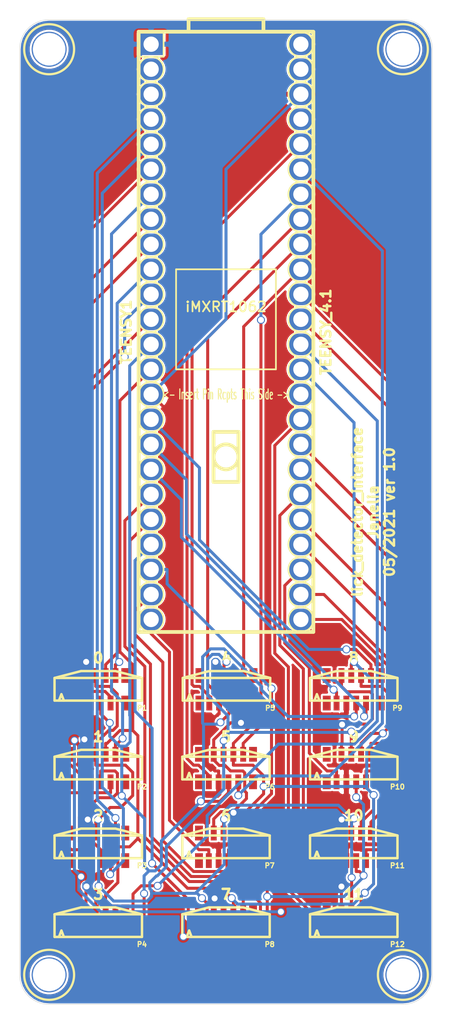
<source format=kicad_pcb>
(kicad_pcb (version 20171130) (host pcbnew 5.1.10-88a1d61d58~88~ubuntu20.10.1)
  (title_block (title lick_detector_interface) (rev 1.0) (company Janelia))
  (layers (0 F.Cu signal) (31 B.Cu signal) (34 B.Paste user) (35 F.Paste user) (36 B.SilkS user) (37 F.SilkS user) (38 B.Mask user) (39 F.Mask user) (44 Edge.Cuts user))
  (net 0 "")
  (net 1 /SCK)
  (net 2 /MOSI)
  (net 3 /MISO)
  (net 4 /~CS_0)
  (net 5 /GND)
  (net 6 /VAA)
  (net 7 /INT2_0)
  (net 8 /INT1_0)
  (net 9 /INT1_1)
  (net 10 /INT2_1)
  (net 11 /~CS_1)
  (net 12 /~CS_2)
  (net 13 /INT2_2)
  (net 14 /INT1_2)
  (net 15 /INT1_3)
  (net 16 /INT2_3)
  (net 17 /~CS_3)
  (net 18 /~CS_4)
  (net 19 /INT2_4)
  (net 20 /INT1_4)
  (net 21 /INT1_5)
  (net 22 /INT2_5)
  (net 23 /~CS_5)
  (net 24 /~CS_6)
  (net 25 /INT2_6)
  (net 26 /INT1_6)
  (net 27 /INT1_7)
  (net 28 /INT2_7)
  (net 29 /~CS_7)
  (net 30 /~CS_8)
  (net 31 /INT2_8)
  (net 32 /INT1_8)
  (net 33 /INT1_9)
  (net 34 /INT2_9)
  (net 35 /~CS_9)
  (net 36 /~CS_10)
  (net 37 /INT2_10)
  (net 38 /INT1_10)
  (net 39 /INT1_11)
  (net 40 /INT2_11)
  (net 41 /~CS_11)
  (module lick_detector_interface:TEENSY_4.1 (layer F.Cu) (at 160 48)
    (fp_text reference TEENSY1 (at -10.16 12.7 90) (layer F.SilkS) (effects (font (size 1.016 1.016) (thickness 0.254))))
    (fp_text value TEENSY_4.1 (at 10.16 12.7 90) (layer F.SilkS) (effects (font (size 1.016 1.016) (thickness 0.254))))
    (fp_text user "<- Insert Pin Rcpts This Side ->" (at 0 19.05) (layer F.SilkS) (effects (font (size 1.016 0.4826) (thickness 0.12065))))
    (fp_text user iMXRT1062 (at 0 10.16) (layer F.SilkS) (effects (font (size 1.016 1.016) (thickness 0.1778))))
    (pad "" thru_hole oval (at 7.62 19.05) (size 2.54 2.1844) (drill 1.5494) (layers *.Cu *.Mask))
    (pad 33 thru_hole oval (at 7.62 41.91) (size 2.54 2.1844) (drill 1.5494) (layers *.Cu *.Mask) (net 33 /INT1_9))
    (pad 34 thru_hole oval (at 7.62 39.37) (size 2.54 2.1844) (drill 1.5494) (layers *.Cu *.Mask) (net 34 /INT2_9))
    (pad 38 thru_hole oval (at 7.62 29.21) (size 2.54 2.1844) (drill 1.5494) (layers *.Cu *.Mask) (net 36 /~CS_10))
    (pad 37 thru_hole oval (at 7.62 31.75) (size 2.54 2.1844) (drill 1.5494) (layers *.Cu *.Mask) (net 37 /INT2_10))
    (pad 41 thru_hole oval (at 7.62 21.59) (size 2.54 2.1844) (drill 1.5494) (layers *.Cu *.Mask) (net 41 /~CS_11))
    (pad 39 thru_hole oval (at 7.62 26.67) (size 2.54 2.1844) (drill 1.5494) (layers *.Cu *.Mask) (net 39 /INT1_11))
    (pad 35 thru_hole oval (at 7.62 36.83) (size 2.54 2.1844) (drill 1.5494) (layers *.Cu *.Mask) (net 35 /~CS_9))
    (pad 36 thru_hole oval (at 7.62 34.29) (size 2.54 2.1844) (drill 1.5494) (layers *.Cu *.Mask) (net 38 /INT1_10))
    (pad 40 thru_hole oval (at 7.62 24.13) (size 2.54 2.1844) (drill 1.5494) (layers *.Cu *.Mask) (net 40 /INT2_11))
    (pad 3V3 thru_hole oval (at -7.62 19.05) (size 2.54 2.1844) (drill 1.5494) (layers *.Cu *.Mask) (net 6 /VAA))
    (pad 32 thru_hole oval (at -7.62 41.91) (size 2.54 2.1844) (drill 1.5494) (layers *.Cu *.Mask) (net 24 /~CS_6))
    (pad 31 thru_hole oval (at -7.62 39.37) (size 2.54 2.1844) (drill 1.5494) (layers *.Cu *.Mask) (net 25 /INT2_6))
    (pad 27 thru_hole oval (at -7.62 29.21) (size 2.54 2.1844) (drill 1.5494) (layers *.Cu *.Mask) (net 27 /INT1_7))
    (pad 30 thru_hole oval (at -7.62 36.83) (size 2.54 2.1844) (drill 1.5494) (layers *.Cu *.Mask) (net 26 /INT1_6))
    (pad 25 thru_hole oval (at -7.62 24.13) (size 2.54 2.1844) (drill 1.5494) (layers *.Cu *.Mask) (net 31 /INT2_8))
    (pad 28 thru_hole oval (at -7.62 31.75) (size 2.54 2.1844) (drill 1.5494) (layers *.Cu *.Mask) (net 28 /INT2_7))
    (pad 29 thru_hole oval (at -7.62 34.29) (size 2.54 2.1844) (drill 1.5494) (layers *.Cu *.Mask) (net 29 /~CS_7))
    (pad 24 thru_hole oval (at -7.62 21.59) (size 2.54 2.1844) (drill 1.5494) (layers *.Cu *.Mask) (net 32 /INT1_8))
    (pad 26 thru_hole oval (at -7.62 26.67) (size 2.54 2.1844) (drill 1.5494) (layers *.Cu *.Mask) (net 30 /~CS_8))
    (pad V_IN thru_hole oval (at 7.62 -16.51) (size 2.54 2.1844) (drill 1.5494) (layers *.Cu *.Mask))
    (pad "" thru_hole oval (at 7.62 -13.97) (size 2.54 2.1844) (drill 1.5494) (layers *.Cu *.Mask))
    (pad 3V3 thru_hole oval (at 7.62 -11.43) (size 2.54 2.1844) (drill 1.5494) (layers *.Cu *.Mask) (net 6 /VAA))
    (pad 23 thru_hole oval (at 7.62 -8.89) (size 2.54 2.1844) (drill 1.5494) (layers *.Cu *.Mask))
    (pad 22 thru_hole oval (at 7.62 -6.35) (size 2.54 2.1844) (drill 1.5494) (layers *.Cu *.Mask) (net 23 /~CS_5))
    (pad 21 thru_hole oval (at 7.62 -3.81) (size 2.54 2.1844) (drill 1.5494) (layers *.Cu *.Mask) (net 22 /INT2_5))
    (pad 20 thru_hole oval (at 7.62 -1.27) (size 2.54 2.1844) (drill 1.5494) (layers *.Cu *.Mask) (net 21 /INT1_5))
    (pad 19 thru_hole oval (at 7.62 1.27) (size 2.54 2.1844) (drill 1.5494) (layers *.Cu *.Mask) (net 18 /~CS_4))
    (pad 18 thru_hole oval (at 7.62 3.81) (size 2.54 2.1844) (drill 1.5494) (layers *.Cu *.Mask) (net 19 /INT2_4))
    (pad 17 thru_hole oval (at 7.62 6.35) (size 2.54 2.1844) (drill 1.5494) (layers *.Cu *.Mask) (net 20 /INT1_4))
    (pad 16 thru_hole oval (at 7.62 8.89) (size 2.54 2.1844) (drill 1.5494) (layers *.Cu *.Mask) (net 17 /~CS_3))
    (pad 15 thru_hole oval (at 7.62 11.43) (size 2.54 2.1844) (drill 1.5494) (layers *.Cu *.Mask) (net 16 /INT2_3))
    (pad 14 thru_hole oval (at 7.62 13.97) (size 2.54 2.1844) (drill 1.5494) (layers *.Cu *.Mask) (net 15 /INT1_3))
    (pad 13 thru_hole oval (at 7.62 16.51) (size 2.54 2.1844) (drill 1.5494) (layers *.Cu *.Mask) (net 1 /SCK))
    (pad 12 thru_hole oval (at -7.62 16.51) (size 2.54 2.1844) (drill 1.5494) (layers *.Cu *.Mask) (net 3 /MISO))
    (pad 11 thru_hole oval (at -7.62 13.97) (size 2.54 2.1844) (drill 1.5494) (layers *.Cu *.Mask) (net 2 /MOSI))
    (pad 10 thru_hole oval (at -7.62 11.43) (size 2.54 2.1844) (drill 1.5494) (layers *.Cu *.Mask) (net 4 /~CS_0))
    (pad 9 thru_hole oval (at -7.62 8.89) (size 2.54 2.1844) (drill 1.5494) (layers *.Cu *.Mask) (net 7 /INT2_0))
    (pad 8 thru_hole oval (at -7.62 6.35) (size 2.54 2.1844) (drill 1.5494) (layers *.Cu *.Mask) (net 8 /INT1_0))
    (pad 7 thru_hole oval (at -7.62 3.81) (size 2.54 2.1844) (drill 1.5494) (layers *.Cu *.Mask) (net 11 /~CS_1))
    (pad 6 thru_hole oval (at -7.62 1.27) (size 2.54 2.1844) (drill 1.5494) (layers *.Cu *.Mask) (net 10 /INT2_1))
    (pad 5 thru_hole oval (at -7.62 -1.27) (size 2.54 2.1844) (drill 1.5494) (layers *.Cu *.Mask) (net 9 /INT1_1))
    (pad 4 thru_hole oval (at -7.62 -3.81) (size 2.54 2.1844) (drill 1.5494) (layers *.Cu *.Mask) (net 12 /~CS_2))
    (pad 3 thru_hole oval (at -7.62 -6.35) (size 2.54 2.1844) (drill 1.5494) (layers *.Cu *.Mask) (net 13 /INT2_2))
    (pad 2 thru_hole oval (at -7.62 -8.89) (size 2.54 2.1844) (drill 1.5494) (layers *.Cu *.Mask) (net 14 /INT1_2))
    (pad 1 thru_hole oval (at -7.62 -11.43) (size 2.54 2.1844) (drill 1.5494) (layers *.Cu *.Mask))
    (pad 0 thru_hole oval (at -7.62 -13.97) (size 2.54 2.1844) (drill 1.5494) (layers *.Cu *.Mask))
    (pad GND thru_hole rect (at -7.62 -16.51) (size 2.54 2.1844) (drill 1.5494) (layers *.Cu *.Mask) (net 5 /GND))
  )
  (module lick_detector_interface:Molex_FFC_1x8_P0.5mm_Vertical (layer F.Cu) (at 147 97)
    (fp_text reference P1 (at 4.445 1.905) (layer F.SilkS) (effects (font (size 0.508 0.508) (thickness 0.127))))
    (fp_text value CONN_FFC_8_VERT)
    (fp_text user 0 (at 0 -3.175) (layer F.SilkS) (effects (font (size 1.016 1.016) (thickness 0.254))))
    (pad "" smd rect (at -2.75 1.4) (size 0.8 1.5) (layers F.Cu F.Paste F.Mask))
    (pad "" smd rect (at -2.75 -1.4) (size 0.8 1.5) (layers F.Cu F.Paste F.Mask))
    (pad "" smd rect (at 2.75 -1.4) (size 0.8 1.5) (layers F.Cu F.Paste F.Mask))
    (pad "" smd rect (at 2.75 1.4) (size 0.8 1.5) (layers F.Cu F.Paste F.Mask))
    (pad 1 smd rect (at -1.75 1.4) (size 0.6 1.5) (layers F.Cu F.Paste F.Mask) (net 4 /~CS_0))
    (pad 2 smd rect (at -1.25 -1.4) (size 0.6 1.5) (layers F.Cu F.Paste F.Mask) (net 5 /GND))
    (pad 3 smd rect (at -0.75 1.4) (size 0.6 1.5) (layers F.Cu F.Paste F.Mask) (net 6 /VAA))
    (pad 4 smd rect (at -0.25 -1.4) (size 0.6 1.5) (layers F.Cu F.Paste F.Mask) (net 1 /SCK))
    (pad 5 smd rect (at 0.25 1.4) (size 0.6 1.5) (layers F.Cu F.Paste F.Mask) (net 2 /MOSI))
    (pad 6 smd rect (at 0.75 -1.4) (size 0.6 1.5) (layers F.Cu F.Paste F.Mask) (net 3 /MISO))
    (pad 7 smd rect (at 1.25 1.4) (size 0.6 1.5) (layers F.Cu F.Paste F.Mask) (net 7 /INT2_0))
    (pad 8 smd rect (at 1.75 -1.4) (size 0.6 1.5) (layers F.Cu F.Paste F.Mask) (net 8 /INT1_0))
  )
  (module lick_detector_interface:Molex_FFC_1x8_P0.5mm_Vertical (layer F.Cu) (at 147 105)
    (fp_text reference P2 (at 4.445 1.905) (layer F.SilkS) (effects (font (size 0.508 0.508) (thickness 0.127))))
    (fp_text value CONN_FFC_8_VERT)
    (fp_text user 1 (at 0 -3.175) (layer F.SilkS) (effects (font (size 1.016 1.016) (thickness 0.254))))
    (pad "" smd rect (at -2.75 1.4) (size 0.8 1.5) (layers F.Cu F.Paste F.Mask))
    (pad "" smd rect (at -2.75 -1.4) (size 0.8 1.5) (layers F.Cu F.Paste F.Mask))
    (pad "" smd rect (at 2.75 -1.4) (size 0.8 1.5) (layers F.Cu F.Paste F.Mask))
    (pad "" smd rect (at 2.75 1.4) (size 0.8 1.5) (layers F.Cu F.Paste F.Mask))
    (pad 1 smd rect (at -1.75 1.4) (size 0.6 1.5) (layers F.Cu F.Paste F.Mask) (net 11 /~CS_1))
    (pad 2 smd rect (at -1.25 -1.4) (size 0.6 1.5) (layers F.Cu F.Paste F.Mask) (net 5 /GND))
    (pad 3 smd rect (at -0.75 1.4) (size 0.6 1.5) (layers F.Cu F.Paste F.Mask) (net 6 /VAA))
    (pad 4 smd rect (at -0.25 -1.4) (size 0.6 1.5) (layers F.Cu F.Paste F.Mask) (net 1 /SCK))
    (pad 5 smd rect (at 0.25 1.4) (size 0.6 1.5) (layers F.Cu F.Paste F.Mask) (net 2 /MOSI))
    (pad 6 smd rect (at 0.75 -1.4) (size 0.6 1.5) (layers F.Cu F.Paste F.Mask) (net 3 /MISO))
    (pad 7 smd rect (at 1.25 1.4) (size 0.6 1.5) (layers F.Cu F.Paste F.Mask) (net 10 /INT2_1))
    (pad 8 smd rect (at 1.75 -1.4) (size 0.6 1.5) (layers F.Cu F.Paste F.Mask) (net 9 /INT1_1))
  )
  (module lick_detector_interface:Molex_FFC_1x8_P0.5mm_Vertical (layer F.Cu) (at 147 113)
    (fp_text reference P3 (at 4.445 1.905) (layer F.SilkS) (effects (font (size 0.508 0.508) (thickness 0.127))))
    (fp_text value CONN_FFC_8_VERT)
    (fp_text user 2 (at 0 -3.175) (layer F.SilkS) (effects (font (size 1.016 1.016) (thickness 0.254))))
    (pad "" smd rect (at -2.75 1.4) (size 0.8 1.5) (layers F.Cu F.Paste F.Mask))
    (pad "" smd rect (at -2.75 -1.4) (size 0.8 1.5) (layers F.Cu F.Paste F.Mask))
    (pad "" smd rect (at 2.75 -1.4) (size 0.8 1.5) (layers F.Cu F.Paste F.Mask))
    (pad "" smd rect (at 2.75 1.4) (size 0.8 1.5) (layers F.Cu F.Paste F.Mask))
    (pad 1 smd rect (at -1.75 1.4) (size 0.6 1.5) (layers F.Cu F.Paste F.Mask) (net 12 /~CS_2))
    (pad 2 smd rect (at -1.25 -1.4) (size 0.6 1.5) (layers F.Cu F.Paste F.Mask) (net 5 /GND))
    (pad 3 smd rect (at -0.75 1.4) (size 0.6 1.5) (layers F.Cu F.Paste F.Mask) (net 6 /VAA))
    (pad 4 smd rect (at -0.25 -1.4) (size 0.6 1.5) (layers F.Cu F.Paste F.Mask) (net 1 /SCK))
    (pad 5 smd rect (at 0.25 1.4) (size 0.6 1.5) (layers F.Cu F.Paste F.Mask) (net 2 /MOSI))
    (pad 6 smd rect (at 0.75 -1.4) (size 0.6 1.5) (layers F.Cu F.Paste F.Mask) (net 3 /MISO))
    (pad 7 smd rect (at 1.25 1.4) (size 0.6 1.5) (layers F.Cu F.Paste F.Mask) (net 13 /INT2_2))
    (pad 8 smd rect (at 1.75 -1.4) (size 0.6 1.5) (layers F.Cu F.Paste F.Mask) (net 14 /INT1_2))
  )
  (module lick_detector_interface:Molex_FFC_1x8_P0.5mm_Vertical (layer F.Cu) (at 147 121)
    (fp_text reference P4 (at 4.445 1.905) (layer F.SilkS) (effects (font (size 0.508 0.508) (thickness 0.127))))
    (fp_text value CONN_FFC_8_VERT)
    (fp_text user 3 (at 0 -3.175) (layer F.SilkS) (effects (font (size 1.016 1.016) (thickness 0.254))))
    (pad "" smd rect (at -2.75 1.4) (size 0.8 1.5) (layers F.Cu F.Paste F.Mask))
    (pad "" smd rect (at -2.75 -1.4) (size 0.8 1.5) (layers F.Cu F.Paste F.Mask))
    (pad "" smd rect (at 2.75 -1.4) (size 0.8 1.5) (layers F.Cu F.Paste F.Mask))
    (pad "" smd rect (at 2.75 1.4) (size 0.8 1.5) (layers F.Cu F.Paste F.Mask))
    (pad 1 smd rect (at -1.75 1.4) (size 0.6 1.5) (layers F.Cu F.Paste F.Mask) (net 17 /~CS_3))
    (pad 2 smd rect (at -1.25 -1.4) (size 0.6 1.5) (layers F.Cu F.Paste F.Mask) (net 5 /GND))
    (pad 3 smd rect (at -0.75 1.4) (size 0.6 1.5) (layers F.Cu F.Paste F.Mask) (net 6 /VAA))
    (pad 4 smd rect (at -0.25 -1.4) (size 0.6 1.5) (layers F.Cu F.Paste F.Mask) (net 1 /SCK))
    (pad 5 smd rect (at 0.25 1.4) (size 0.6 1.5) (layers F.Cu F.Paste F.Mask) (net 2 /MOSI))
    (pad 6 smd rect (at 0.75 -1.4) (size 0.6 1.5) (layers F.Cu F.Paste F.Mask) (net 3 /MISO))
    (pad 7 smd rect (at 1.25 1.4) (size 0.6 1.5) (layers F.Cu F.Paste F.Mask) (net 16 /INT2_3))
    (pad 8 smd rect (at 1.75 -1.4) (size 0.6 1.5) (layers F.Cu F.Paste F.Mask) (net 15 /INT1_3))
  )
  (module lick_detector_interface:Molex_FFC_1x8_P0.5mm_Vertical (layer F.Cu) (at 160.05 97)
    (fp_text reference P5 (at 4.445 1.905) (layer F.SilkS) (effects (font (size 0.508 0.508) (thickness 0.127))))
    (fp_text value CONN_FFC_8_VERT)
    (fp_text user 4 (at 0 -3.175) (layer F.SilkS) (effects (font (size 1.016 1.016) (thickness 0.254))))
    (pad "" smd rect (at -2.75 1.4) (size 0.8 1.5) (layers F.Cu F.Paste F.Mask))
    (pad "" smd rect (at -2.75 -1.4) (size 0.8 1.5) (layers F.Cu F.Paste F.Mask))
    (pad "" smd rect (at 2.75 -1.4) (size 0.8 1.5) (layers F.Cu F.Paste F.Mask))
    (pad "" smd rect (at 2.75 1.4) (size 0.8 1.5) (layers F.Cu F.Paste F.Mask))
    (pad 1 smd rect (at -1.75 1.4) (size 0.6 1.5) (layers F.Cu F.Paste F.Mask) (net 18 /~CS_4))
    (pad 2 smd rect (at -1.25 -1.4) (size 0.6 1.5) (layers F.Cu F.Paste F.Mask) (net 5 /GND))
    (pad 3 smd rect (at -0.75 1.4) (size 0.6 1.5) (layers F.Cu F.Paste F.Mask) (net 6 /VAA))
    (pad 4 smd rect (at -0.25 -1.4) (size 0.6 1.5) (layers F.Cu F.Paste F.Mask) (net 1 /SCK))
    (pad 5 smd rect (at 0.25 1.4) (size 0.6 1.5) (layers F.Cu F.Paste F.Mask) (net 2 /MOSI))
    (pad 6 smd rect (at 0.75 -1.4) (size 0.6 1.5) (layers F.Cu F.Paste F.Mask) (net 3 /MISO))
    (pad 7 smd rect (at 1.25 1.4) (size 0.6 1.5) (layers F.Cu F.Paste F.Mask) (net 19 /INT2_4))
    (pad 8 smd rect (at 1.75 -1.4) (size 0.6 1.5) (layers F.Cu F.Paste F.Mask) (net 20 /INT1_4))
  )
  (module lick_detector_interface:Molex_FFC_1x8_P0.5mm_Vertical (layer F.Cu) (at 160 105)
    (fp_text reference P6 (at 4.445 1.905) (layer F.SilkS) (effects (font (size 0.508 0.508) (thickness 0.127))))
    (fp_text value CONN_FFC_8_VERT)
    (fp_text user 5 (at 0 -3.175) (layer F.SilkS) (effects (font (size 1.016 1.016) (thickness 0.254))))
    (pad "" smd rect (at -2.75 1.4) (size 0.8 1.5) (layers F.Cu F.Paste F.Mask))
    (pad "" smd rect (at -2.75 -1.4) (size 0.8 1.5) (layers F.Cu F.Paste F.Mask))
    (pad "" smd rect (at 2.75 -1.4) (size 0.8 1.5) (layers F.Cu F.Paste F.Mask))
    (pad "" smd rect (at 2.75 1.4) (size 0.8 1.5) (layers F.Cu F.Paste F.Mask))
    (pad 1 smd rect (at -1.75 1.4) (size 0.6 1.5) (layers F.Cu F.Paste F.Mask) (net 23 /~CS_5))
    (pad 2 smd rect (at -1.25 -1.4) (size 0.6 1.5) (layers F.Cu F.Paste F.Mask) (net 5 /GND))
    (pad 3 smd rect (at -0.75 1.4) (size 0.6 1.5) (layers F.Cu F.Paste F.Mask) (net 6 /VAA))
    (pad 4 smd rect (at -0.25 -1.4) (size 0.6 1.5) (layers F.Cu F.Paste F.Mask) (net 1 /SCK))
    (pad 5 smd rect (at 0.25 1.4) (size 0.6 1.5) (layers F.Cu F.Paste F.Mask) (net 2 /MOSI))
    (pad 6 smd rect (at 0.75 -1.4) (size 0.6 1.5) (layers F.Cu F.Paste F.Mask) (net 3 /MISO))
    (pad 7 smd rect (at 1.25 1.4) (size 0.6 1.5) (layers F.Cu F.Paste F.Mask) (net 22 /INT2_5))
    (pad 8 smd rect (at 1.75 -1.4) (size 0.6 1.5) (layers F.Cu F.Paste F.Mask) (net 21 /INT1_5))
  )
  (module lick_detector_interface:Molex_FFC_1x8_P0.5mm_Vertical (layer F.Cu) (at 160 113)
    (fp_text reference P7 (at 4.445 1.905) (layer F.SilkS) (effects (font (size 0.508 0.508) (thickness 0.127))))
    (fp_text value CONN_FFC_8_VERT)
    (fp_text user 6 (at 0 -3.175) (layer F.SilkS) (effects (font (size 1.016 1.016) (thickness 0.254))))
    (pad "" smd rect (at -2.75 1.4) (size 0.8 1.5) (layers F.Cu F.Paste F.Mask))
    (pad "" smd rect (at -2.75 -1.4) (size 0.8 1.5) (layers F.Cu F.Paste F.Mask))
    (pad "" smd rect (at 2.75 -1.4) (size 0.8 1.5) (layers F.Cu F.Paste F.Mask))
    (pad "" smd rect (at 2.75 1.4) (size 0.8 1.5) (layers F.Cu F.Paste F.Mask))
    (pad 1 smd rect (at -1.75 1.4) (size 0.6 1.5) (layers F.Cu F.Paste F.Mask) (net 24 /~CS_6))
    (pad 2 smd rect (at -1.25 -1.4) (size 0.6 1.5) (layers F.Cu F.Paste F.Mask) (net 5 /GND))
    (pad 3 smd rect (at -0.75 1.4) (size 0.6 1.5) (layers F.Cu F.Paste F.Mask) (net 6 /VAA))
    (pad 4 smd rect (at -0.25 -1.4) (size 0.6 1.5) (layers F.Cu F.Paste F.Mask) (net 1 /SCK))
    (pad 5 smd rect (at 0.25 1.4) (size 0.6 1.5) (layers F.Cu F.Paste F.Mask) (net 2 /MOSI))
    (pad 6 smd rect (at 0.75 -1.4) (size 0.6 1.5) (layers F.Cu F.Paste F.Mask) (net 3 /MISO))
    (pad 7 smd rect (at 1.25 1.4) (size 0.6 1.5) (layers F.Cu F.Paste F.Mask) (net 25 /INT2_6))
    (pad 8 smd rect (at 1.75 -1.4) (size 0.6 1.5) (layers F.Cu F.Paste F.Mask) (net 26 /INT1_6))
  )
  (module lick_detector_interface:Molex_FFC_1x8_P0.5mm_Vertical (layer F.Cu) (at 160 121)
    (fp_text reference P8 (at 4.445 1.905) (layer F.SilkS) (effects (font (size 0.508 0.508) (thickness 0.127))))
    (fp_text value CONN_FFC_8_VERT)
    (fp_text user 7 (at 0 -3.175) (layer F.SilkS) (effects (font (size 1.016 1.016) (thickness 0.254))))
    (pad "" smd rect (at -2.75 1.4) (size 0.8 1.5) (layers F.Cu F.Paste F.Mask))
    (pad "" smd rect (at -2.75 -1.4) (size 0.8 1.5) (layers F.Cu F.Paste F.Mask))
    (pad "" smd rect (at 2.75 -1.4) (size 0.8 1.5) (layers F.Cu F.Paste F.Mask))
    (pad "" smd rect (at 2.75 1.4) (size 0.8 1.5) (layers F.Cu F.Paste F.Mask))
    (pad 1 smd rect (at -1.75 1.4) (size 0.6 1.5) (layers F.Cu F.Paste F.Mask) (net 29 /~CS_7))
    (pad 2 smd rect (at -1.25 -1.4) (size 0.6 1.5) (layers F.Cu F.Paste F.Mask) (net 5 /GND))
    (pad 3 smd rect (at -0.75 1.4) (size 0.6 1.5) (layers F.Cu F.Paste F.Mask) (net 6 /VAA))
    (pad 4 smd rect (at -0.25 -1.4) (size 0.6 1.5) (layers F.Cu F.Paste F.Mask) (net 1 /SCK))
    (pad 5 smd rect (at 0.25 1.4) (size 0.6 1.5) (layers F.Cu F.Paste F.Mask) (net 2 /MOSI))
    (pad 6 smd rect (at 0.75 -1.4) (size 0.6 1.5) (layers F.Cu F.Paste F.Mask) (net 3 /MISO))
    (pad 7 smd rect (at 1.25 1.4) (size 0.6 1.5) (layers F.Cu F.Paste F.Mask) (net 28 /INT2_7))
    (pad 8 smd rect (at 1.75 -1.4) (size 0.6 1.5) (layers F.Cu F.Paste F.Mask) (net 27 /INT1_7))
  )
  (module lick_detector_interface:Molex_FFC_1x8_P0.5mm_Vertical (layer F.Cu) (at 173 97)
    (fp_text reference P9 (at 4.445 1.905) (layer F.SilkS) (effects (font (size 0.508 0.508) (thickness 0.127))))
    (fp_text value CONN_FFC_8_VERT)
    (fp_text user 8 (at 0 -3.175) (layer F.SilkS) (effects (font (size 1.016 1.016) (thickness 0.254))))
    (pad "" smd rect (at -2.75 1.4) (size 0.8 1.5) (layers F.Cu F.Paste F.Mask))
    (pad "" smd rect (at -2.75 -1.4) (size 0.8 1.5) (layers F.Cu F.Paste F.Mask))
    (pad "" smd rect (at 2.75 -1.4) (size 0.8 1.5) (layers F.Cu F.Paste F.Mask))
    (pad "" smd rect (at 2.75 1.4) (size 0.8 1.5) (layers F.Cu F.Paste F.Mask))
    (pad 1 smd rect (at -1.75 1.4) (size 0.6 1.5) (layers F.Cu F.Paste F.Mask) (net 30 /~CS_8))
    (pad 2 smd rect (at -1.25 -1.4) (size 0.6 1.5) (layers F.Cu F.Paste F.Mask) (net 5 /GND))
    (pad 3 smd rect (at -0.75 1.4) (size 0.6 1.5) (layers F.Cu F.Paste F.Mask) (net 6 /VAA))
    (pad 4 smd rect (at -0.25 -1.4) (size 0.6 1.5) (layers F.Cu F.Paste F.Mask) (net 1 /SCK))
    (pad 5 smd rect (at 0.25 1.4) (size 0.6 1.5) (layers F.Cu F.Paste F.Mask) (net 2 /MOSI))
    (pad 6 smd rect (at 0.75 -1.4) (size 0.6 1.5) (layers F.Cu F.Paste F.Mask) (net 3 /MISO))
    (pad 7 smd rect (at 1.25 1.4) (size 0.6 1.5) (layers F.Cu F.Paste F.Mask) (net 31 /INT2_8))
    (pad 8 smd rect (at 1.75 -1.4) (size 0.6 1.5) (layers F.Cu F.Paste F.Mask) (net 32 /INT1_8))
  )
  (module lick_detector_interface:Molex_FFC_1x8_P0.5mm_Vertical (layer F.Cu) (at 173 105)
    (fp_text reference P10 (at 4.445 1.905) (layer F.SilkS) (effects (font (size 0.508 0.508) (thickness 0.127))))
    (fp_text value CONN_FFC_8_VERT)
    (fp_text user 9 (at 0 -3.175) (layer F.SilkS) (effects (font (size 1.016 1.016) (thickness 0.254))))
    (pad "" smd rect (at -2.75 1.4) (size 0.8 1.5) (layers F.Cu F.Paste F.Mask))
    (pad "" smd rect (at -2.75 -1.4) (size 0.8 1.5) (layers F.Cu F.Paste F.Mask))
    (pad "" smd rect (at 2.75 -1.4) (size 0.8 1.5) (layers F.Cu F.Paste F.Mask))
    (pad "" smd rect (at 2.75 1.4) (size 0.8 1.5) (layers F.Cu F.Paste F.Mask))
    (pad 1 smd rect (at -1.75 1.4) (size 0.6 1.5) (layers F.Cu F.Paste F.Mask) (net 35 /~CS_9))
    (pad 2 smd rect (at -1.25 -1.4) (size 0.6 1.5) (layers F.Cu F.Paste F.Mask) (net 5 /GND))
    (pad 3 smd rect (at -0.75 1.4) (size 0.6 1.5) (layers F.Cu F.Paste F.Mask) (net 6 /VAA))
    (pad 4 smd rect (at -0.25 -1.4) (size 0.6 1.5) (layers F.Cu F.Paste F.Mask) (net 1 /SCK))
    (pad 5 smd rect (at 0.25 1.4) (size 0.6 1.5) (layers F.Cu F.Paste F.Mask) (net 2 /MOSI))
    (pad 6 smd rect (at 0.75 -1.4) (size 0.6 1.5) (layers F.Cu F.Paste F.Mask) (net 3 /MISO))
    (pad 7 smd rect (at 1.25 1.4) (size 0.6 1.5) (layers F.Cu F.Paste F.Mask) (net 34 /INT2_9))
    (pad 8 smd rect (at 1.75 -1.4) (size 0.6 1.5) (layers F.Cu F.Paste F.Mask) (net 33 /INT1_9))
  )
  (module lick_detector_interface:Molex_FFC_1x8_P0.5mm_Vertical (layer F.Cu) (at 173 113)
    (fp_text reference P11 (at 4.445 1.905) (layer F.SilkS) (effects (font (size 0.508 0.508) (thickness 0.127))))
    (fp_text value CONN_FFC_8_VERT)
    (fp_text user 10 (at 0 -3.175) (layer F.SilkS) (effects (font (size 1.016 1.016) (thickness 0.254))))
    (pad "" smd rect (at -2.75 1.4) (size 0.8 1.5) (layers F.Cu F.Paste F.Mask))
    (pad "" smd rect (at -2.75 -1.4) (size 0.8 1.5) (layers F.Cu F.Paste F.Mask))
    (pad "" smd rect (at 2.75 -1.4) (size 0.8 1.5) (layers F.Cu F.Paste F.Mask))
    (pad "" smd rect (at 2.75 1.4) (size 0.8 1.5) (layers F.Cu F.Paste F.Mask))
    (pad 1 smd rect (at -1.75 1.4) (size 0.6 1.5) (layers F.Cu F.Paste F.Mask) (net 36 /~CS_10))
    (pad 2 smd rect (at -1.25 -1.4) (size 0.6 1.5) (layers F.Cu F.Paste F.Mask) (net 5 /GND))
    (pad 3 smd rect (at -0.75 1.4) (size 0.6 1.5) (layers F.Cu F.Paste F.Mask) (net 6 /VAA))
    (pad 4 smd rect (at -0.25 -1.4) (size 0.6 1.5) (layers F.Cu F.Paste F.Mask) (net 1 /SCK))
    (pad 5 smd rect (at 0.25 1.4) (size 0.6 1.5) (layers F.Cu F.Paste F.Mask) (net 2 /MOSI))
    (pad 6 smd rect (at 0.75 -1.4) (size 0.6 1.5) (layers F.Cu F.Paste F.Mask) (net 3 /MISO))
    (pad 7 smd rect (at 1.25 1.4) (size 0.6 1.5) (layers F.Cu F.Paste F.Mask) (net 37 /INT2_10))
    (pad 8 smd rect (at 1.75 -1.4) (size 0.6 1.5) (layers F.Cu F.Paste F.Mask) (net 38 /INT1_10))
  )
  (module lick_detector_interface:Molex_FFC_1x8_P0.5mm_Vertical (layer F.Cu) (at 173 121)
    (fp_text reference P12 (at 4.445 1.905) (layer F.SilkS) (effects (font (size 0.508 0.508) (thickness 0.127))))
    (fp_text value CONN_FFC_8_VERT)
    (fp_text user 11 (at 0 -3.175) (layer F.SilkS) (effects (font (size 1.016 1.016) (thickness 0.254))))
    (pad "" smd rect (at -2.75 1.4) (size 0.8 1.5) (layers F.Cu F.Paste F.Mask))
    (pad "" smd rect (at -2.75 -1.4) (size 0.8 1.5) (layers F.Cu F.Paste F.Mask))
    (pad "" smd rect (at 2.75 -1.4) (size 0.8 1.5) (layers F.Cu F.Paste F.Mask))
    (pad "" smd rect (at 2.75 1.4) (size 0.8 1.5) (layers F.Cu F.Paste F.Mask))
    (pad 1 smd rect (at -1.75 1.4) (size 0.6 1.5) (layers F.Cu F.Paste F.Mask) (net 41 /~CS_11))
    (pad 2 smd rect (at -1.25 -1.4) (size 0.6 1.5) (layers F.Cu F.Paste F.Mask) (net 5 /GND))
    (pad 3 smd rect (at -0.75 1.4) (size 0.6 1.5) (layers F.Cu F.Paste F.Mask) (net 6 /VAA))
    (pad 4 smd rect (at -0.25 -1.4) (size 0.6 1.5) (layers F.Cu F.Paste F.Mask) (net 1 /SCK))
    (pad 5 smd rect (at 0.25 1.4) (size 0.6 1.5) (layers F.Cu F.Paste F.Mask) (net 2 /MOSI))
    (pad 6 smd rect (at 0.75 -1.4) (size 0.6 1.5) (layers F.Cu F.Paste F.Mask) (net 3 /MISO))
    (pad 7 smd rect (at 1.25 1.4) (size 0.6 1.5) (layers F.Cu F.Paste F.Mask) (net 40 /INT2_11))
    (pad 8 smd rect (at 1.75 -1.4) (size 0.6 1.5) (layers F.Cu F.Paste F.Mask) (net 39 /INT1_11))
  )
  (module lick_detector_interface:FIDUCIAL (layer F.Cu) (at 140 35)
    (fp_text reference FID1)
    (fp_text value FIDUCIAL)
    (pad ~ smd circle (at 0 0) (size 0.5 0.5) (layers F.Cu F.Mask) (clearance 0.25))
  )
  (module lick_detector_interface:FIDUCIAL (layer F.Cu) (at 180 35)
    (fp_text reference FID2)
    (fp_text value FIDUCIAL)
    (pad ~ smd circle (at 0 0) (size 0.5 0.5) (layers F.Cu F.Mask) (clearance 0.25))
  )
  (module lick_detector_interface:FIDUCIAL (layer F.Cu) (at 180 123)
    (fp_text reference FID3)
    (fp_text value FIDUCIAL)
    (pad ~ smd circle (at 0 0) (size 0.5 0.5) (layers F.Cu F.Mask) (clearance 0.25))
  )
  (module lick_detector_interface:FIDUCIAL (layer F.Cu) (at 140 123)
    (fp_text reference FID4)
    (fp_text value FIDUCIAL)
    (pad ~ smd circle (at 0 0) (size 0.5 0.5) (layers F.Cu F.Mask) (clearance 0.25))
  )
  (module lick_detector_interface:MOUNTING_HOLE_4-40 (layer F.Cu) (at 142 32)
    (fp_text reference MH1 hide)
    (fp_text value MOUNTING_HOLE_4-40 hide)
    (pad 1 thru_hole circle (at 0 0) (size 3.556 3.556) (drill 3.302) (layers *.Cu *.Mask))
  )
  (module lick_detector_interface:MOUNTING_HOLE_4-40 (layer F.Cu) (at 178 32)
    (fp_text reference MH2 hide)
    (fp_text value MOUNTING_HOLE_4-40 hide)
    (pad 1 thru_hole circle (at 0 0) (size 3.556 3.556) (drill 3.302) (layers *.Cu *.Mask))
  )
  (module lick_detector_interface:MOUNTING_HOLE_4-40 (layer F.Cu) (at 178 126)
    (fp_text reference MH3 hide)
    (fp_text value MOUNTING_HOLE_4-40 hide)
    (pad 1 thru_hole circle (at 0 0) (size 3.556 3.556) (drill 3.302) (layers *.Cu *.Mask))
  )
  (module lick_detector_interface:MOUNTING_HOLE_4-40 (layer F.Cu) (at 142 126)
    (fp_text reference MH4 hide)
    (fp_text value MOUNTING_HOLE_4-40 hide)
    (pad 1 thru_hole circle (at 0 0) (size 3.556 3.556) (drill 3.302) (layers *.Cu *.Mask))
  )
  (gr_line (start 139 126) (end 139 32) (layer Edge.Cuts) (width 0.05))
  (gr_line (start 181 32) (end 181 126) (layer Edge.Cuts) (width 0.05))
  (gr_line (start 178 29) (end 142 29) (layer Edge.Cuts) (width 0.05))
  (gr_arc (start 178 32) (end 181 32) (angle -90) (layer Edge.Cuts) (width 0.05))
  (gr_arc (start 178 126) (end 178 129) (angle -90) (layer Edge.Cuts) (width 0.05))
  (gr_line (start 142 129) (end 178 129) (layer Edge.Cuts) (width 0.05))
  (gr_arc (start 142 126) (end 139 126) (angle -90) (layer Edge.Cuts) (width 0.05))
  (gr_arc (start 142 32) (end 142 29) (angle -90) (layer Edge.Cuts) (width 0.05))
  (gr_text "lick_detector_interface\nJanelia\n05/2021 ver 1.0" (at 175 79 90) (layer F.SilkS) (effects (font (size 1.016 1.016) (thickness 0.254))))
  (segment (start 146.75 102.4941) (end 148.0702 101.1739) (width 0.3048) (layer F.Cu) (net 1))
  (segment (start 148.0702 101.1739) (end 148.4917 101.1739) (width 0.3048) (layer F.Cu) (net 1))
  (segment (start 148.4917 101.1739) (end 148.9311 100.7345) (width 0.3048) (layer F.Cu) (net 1))
  (segment (start 148.9311 100.7345) (end 148.9311 97.4706) (width 0.3048) (layer F.Cu) (net 1))
  (segment (start 148.9311 97.4706) (end 148.1664 96.7059) (width 0.3048) (layer F.Cu) (net 1))
  (segment (start 148.1664 96.7059) (end 146.75 96.7059) (width 0.3048) (layer F.Cu) (net 1))
  (segment (start 172.75 101.296) (end 173.6145 101.296) (width 0.3048) (layer B.Cu) (net 1))
  (segment (start 173.6145 101.296) (end 174.8717 100.0388) (width 0.3048) (layer B.Cu) (net 1))
  (segment (start 174.8717 100.0388) (end 174.8717 96.0631) (width 0.3048) (layer B.Cu) (net 1))
  (segment (start 174.8717 96.0631) (end 173.0295 94.2209) (width 0.3048) (layer B.Cu) (net 1))
  (segment (start 159.8095 110.1898) (end 159.8095 109.4092) (width 0.3048) (layer B.Cu) (net 1))
  (segment (start 159.8095 109.4092) (end 160.4473 108.7714) (width 0.3048) (layer B.Cu) (net 1))
  (segment (start 160.4473 108.7714) (end 171.4437 108.7714) (width 0.3048) (layer B.Cu) (net 1))
  (segment (start 171.4437 108.7714) (end 172.787 110.1147) (width 0.3048) (layer B.Cu) (net 1))
  (segment (start 172.75 102.4941) (end 172.75 101.296) (width 0.3048) (layer F.Cu) (net 1))
  (segment (start 160.201 101.3758) (end 172.6702 101.3758) (width 0.3048) (layer B.Cu) (net 1))
  (segment (start 172.6702 101.3758) (end 172.75 101.296) (width 0.3048) (layer B.Cu) (net 1))
  (segment (start 159.75 120.7059) (end 158.295 120.7059) (width 0.3048) (layer F.Cu) (net 1))
  (segment (start 158.295 120.7059) (end 158.075 120.4859) (width 0.3048) (layer F.Cu) (net 1))
  (segment (start 158.075 120.4859) (end 158.075 118.733) (width 0.3048) (layer F.Cu) (net 1))
  (segment (start 158.075 118.733) (end 157.5552 118.2132) (width 0.3048) (layer F.Cu) (net 1))
  (segment (start 156.9721 117.6301) (end 157.5552 118.2132) (width 0.3048) (layer B.Cu) (net 1))
  (segment (start 152.4271 117.7206) (end 156.8816 117.7206) (width 0.3048) (layer B.Cu) (net 1))
  (segment (start 156.8816 117.7206) (end 156.9721 117.6301) (width 0.3048) (layer B.Cu) (net 1))
  (segment (start 156.9721 117.6301) (end 159.8095 114.7927) (width 0.3048) (layer B.Cu) (net 1))
  (segment (start 159.8095 114.7927) (end 159.8095 110.1898) (width 0.3048) (layer B.Cu) (net 1))
  (segment (start 159.75 119.6) (end 159.75 120.7059) (width 0.3048) (layer F.Cu) (net 1))
  (segment (start 152.4271 117.7206) (end 152.4271 117.4291) (width 0.3048) (layer B.Cu) (net 1))
  (segment (start 152.4271 117.4291) (end 152.2461 117.2481) (width 0.3048) (layer B.Cu) (net 1))
  (segment (start 152.2461 117.2481) (end 152.2461 116.627) (width 0.3048) (layer B.Cu) (net 1))
  (segment (start 152.2461 116.627) (end 152.9206 115.9525) (width 0.3048) (layer B.Cu) (net 1))
  (segment (start 152.9206 115.9525) (end 153.0053 115.9525) (width 0.3048) (layer B.Cu) (net 1))
  (segment (start 153.0053 115.9525) (end 153.9296 115.0282) (width 0.3048) (layer B.Cu) (net 1))
  (segment (start 153.9296 115.0282) (end 153.9296 112.9711) (width 0.3048) (layer B.Cu) (net 1))
  (segment (start 153.9296 112.9711) (end 159.7646 107.1361) (width 0.3048) (layer B.Cu) (net 1))
  (segment (start 159.7646 107.1361) (end 159.7646 102.222) (width 0.3048) (layer B.Cu) (net 1))
  (segment (start 160.201 101.3758) (end 160.201 99.7026) (width 0.3048) (layer B.Cu) (net 1))
  (segment (start 160.201 99.7026) (end 158.1376 97.6392) (width 0.3048) (layer B.Cu) (net 1))
  (segment (start 158.1376 97.6392) (end 158.1376 93.9219) (width 0.3048) (layer B.Cu) (net 1))
  (segment (start 158.1376 93.9219) (end 158.6045 93.455) (width 0.3048) (layer B.Cu) (net 1))
  (segment (start 158.6045 93.455) (end 159.2849 93.455) (width 0.3048) (layer B.Cu) (net 1))
  (segment (start 159.2849 93.455) (end 160.0473 94.2174) (width 0.3048) (layer B.Cu) (net 1))
  (segment (start 159.7646 102.222) (end 160.201 101.7856) (width 0.3048) (layer B.Cu) (net 1))
  (segment (start 160.201 101.7856) (end 160.201 101.3758) (width 0.3048) (layer B.Cu) (net 1))
  (segment (start 147.0364 116.9816) (end 148.562 118.5072) (width 0.3048) (layer B.Cu) (net 1))
  (segment (start 148.562 118.5072) (end 151.9806 118.5072) (width 0.3048) (layer B.Cu) (net 1))
  (segment (start 151.9806 118.5072) (end 152.4271 118.0607) (width 0.3048) (layer B.Cu) (net 1))
  (segment (start 152.4271 118.0607) (end 152.4271 117.7206) (width 0.3048) (layer B.Cu) (net 1))
  (segment (start 146.9825 110.2331) (end 148.2156 109) (width 0.3048) (layer F.Cu) (net 1))
  (segment (start 148.2156 109) (end 149.2968 109) (width 0.3048) (layer F.Cu) (net 1))
  (segment (start 149.2968 109) (end 150.506 107.7908) (width 0.3048) (layer F.Cu) (net 1))
  (segment (start 150.506 107.7908) (end 150.506 105.443) (width 0.3048) (layer F.Cu) (net 1))
  (segment (start 150.506 105.443) (end 149.7689 104.7059) (width 0.3048) (layer F.Cu) (net 1))
  (segment (start 149.7689 104.7059) (end 146.75 104.7059) (width 0.3048) (layer F.Cu) (net 1))
  (segment (start 146.75 110.4941) (end 146.9825 110.2616) (width 0.3048) (layer F.Cu) (net 1))
  (segment (start 146.9825 110.2616) (end 146.9825 110.2331) (width 0.3048) (layer F.Cu) (net 1))
  (segment (start 146.75 103.6) (end 146.75 104.7059) (width 0.3048) (layer F.Cu) (net 1))
  (segment (start 172.75 118.4941) (end 172.787 118.4571) (width 0.3048) (layer F.Cu) (net 1))
  (segment (start 172.787 118.4571) (end 172.787 116.1239) (width 0.3048) (layer F.Cu) (net 1))
  (segment (start 172.787 116.1239) (end 172.787 110.1147) (width 0.3048) (layer B.Cu) (net 1))
  (segment (start 173.033 110.1147) (end 172.787 110.1147) (width 0.3048) (layer B.Cu) (net 1))
  (segment (start 173.033 110.1147) (end 173.033 110.2111) (width 0.3048) (layer F.Cu) (net 1))
  (segment (start 173.033 110.2111) (end 172.75 110.4941) (width 0.3048) (layer F.Cu) (net 1))
  (segment (start 172.75 111.6) (end 172.75 110.4941) (width 0.3048) (layer F.Cu) (net 1))
  (segment (start 172.75 119.6) (end 172.75 118.4941) (width 0.3048) (layer F.Cu) (net 1))
  (segment (start 146.75 95.6) (end 146.75 96.7059) (width 0.3048) (layer F.Cu) (net 1))
  (segment (start 146.75 103.6) (end 146.75 102.4941) (width 0.3048) (layer F.Cu) (net 1))
  (segment (start 147.0364 116.9816) (end 147.0364 110.287) (width 0.3048) (layer B.Cu) (net 1))
  (segment (start 147.0364 110.287) (end 146.9825 110.2331) (width 0.3048) (layer B.Cu) (net 1))
  (segment (start 146.75 111.6) (end 146.75 110.4941) (width 0.3048) (layer F.Cu) (net 1))
  (segment (start 147.0364 116.9816) (end 146.75 117.268) (width 0.3048) (layer F.Cu) (net 1))
  (segment (start 146.75 117.268) (end 146.75 119.6) (width 0.3048) (layer F.Cu) (net 1))
  (segment (start 159.75 111.047) (end 159.75 111.6) (width 0.3048) (layer F.Cu) (net 1))
  (segment (start 159.75 111.047) (end 159.75 110.4941) (width 0.3048) (layer F.Cu) (net 1))
  (segment (start 167.62 64.51) (end 173.0295 69.9195) (width 0.3048) (layer B.Cu) (net 1))
  (segment (start 173.0295 69.9195) (end 173.0295 94.2209) (width 0.3048) (layer B.Cu) (net 1))
  (segment (start 172.75 95.6) (end 172.75 94.4941) (width 0.3048) (layer F.Cu) (net 1))
  (segment (start 173.0295 94.2209) (end 172.7563 94.4941) (width 0.3048) (layer F.Cu) (net 1))
  (segment (start 172.7563 94.4941) (end 172.75 94.4941) (width 0.3048) (layer F.Cu) (net 1))
  (segment (start 159.75 110.4941) (end 159.75 110.2493) (width 0.3048) (layer F.Cu) (net 1))
  (segment (start 159.75 110.2493) (end 159.8095 110.1898) (width 0.3048) (layer F.Cu) (net 1))
  (segment (start 172.75 103.6) (end 172.75 102.4941) (width 0.3048) (layer F.Cu) (net 1))
  (segment (start 159.8 94.4941) (end 159.8 94.4647) (width 0.3048) (layer F.Cu) (net 1))
  (segment (start 159.8 94.4647) (end 160.0473 94.2174) (width 0.3048) (layer F.Cu) (net 1))
  (segment (start 159.75 102.4941) (end 159.7646 102.4795) (width 0.3048) (layer F.Cu) (net 1))
  (segment (start 159.7646 102.4795) (end 159.7646 102.222) (width 0.3048) (layer F.Cu) (net 1))
  (segment (start 159.75 103.6) (end 159.75 102.4941) (width 0.3048) (layer F.Cu) (net 1))
  (segment (start 159.8 95.6) (end 159.8 94.4941) (width 0.3048) (layer F.Cu) (net 1))
  (via (at 157.5552 118.2132) (size 0.8128) (drill 0.6096) (layers F.Cu B.Cu) (net 1))
  (via (at 173.033 110.1147) (size 0.8128) (drill 0.6096) (layers F.Cu B.Cu) (net 1))
  (via (at 172.787 116.1239) (size 0.8128) (drill 0.6096) (layers F.Cu B.Cu) (net 1))
  (via (at 146.9825 110.2331) (size 0.8128) (drill 0.6096) (layers F.Cu B.Cu) (net 1))
  (via (at 147.0364 116.9816) (size 0.8128) (drill 0.6096) (layers F.Cu B.Cu) (net 1))
  (via (at 173.0295 94.2209) (size 0.8128) (drill 0.6096) (layers F.Cu B.Cu) (net 1))
  (via (at 172.75 101.296) (size 0.8128) (drill 0.6096) (layers F.Cu B.Cu) (net 1))
  (via (at 159.7646 102.222) (size 0.8128) (drill 0.6096) (layers F.Cu B.Cu) (net 1))
  (via (at 160.0473 94.2174) (size 0.8128) (drill 0.6096) (layers F.Cu B.Cu) (net 1))
  (via (at 159.8095 110.1898) (size 0.8128) (drill 0.6096) (layers F.Cu B.Cu) (net 1))
  (segment (start 149.3933 102.7768) (end 149.1749 102.7768) (width 0.3048) (layer B.Cu) (net 2))
  (segment (start 149.1749 102.7768) (end 148.1683 101.7702) (width 0.3048) (layer B.Cu) (net 2))
  (segment (start 148.1683 101.7702) (end 148.1683 100.4116) (width 0.3048) (layer B.Cu) (net 2))
  (segment (start 152.38 61.97) (end 150.2012 64.1488) (width 0.3048) (layer B.Cu) (net 2))
  (segment (start 150.2012 64.1488) (end 150.2012 99.6496) (width 0.3048) (layer B.Cu) (net 2))
  (segment (start 150.2012 99.6496) (end 150.2445 99.6929) (width 0.3048) (layer B.Cu) (net 2))
  (segment (start 150.2445 99.6929) (end 150.2445 102.3513) (width 0.3048) (layer B.Cu) (net 2))
  (segment (start 150.2445 102.3513) (end 149.819 102.7768) (width 0.3048) (layer B.Cu) (net 2))
  (segment (start 149.819 102.7768) (end 149.3933 102.7768) (width 0.3048) (layer B.Cu) (net 2))
  (segment (start 149.3933 107.8102) (end 149.3933 102.7768) (width 0.3048) (layer B.Cu) (net 2))
  (segment (start 147.25 98.4) (end 147.25 99.5059) (width 0.3048) (layer F.Cu) (net 2))
  (segment (start 148.1683 100.4116) (end 147.2626 99.5059) (width 0.3048) (layer F.Cu) (net 2))
  (segment (start 147.2626 99.5059) (end 147.25 99.5059) (width 0.3048) (layer F.Cu) (net 2))
  (segment (start 173.9983 115.9099) (end 173.9983 116.0585) (width 0.3048) (layer B.Cu) (net 2))
  (segment (start 173.9983 116.0585) (end 172.0018 118.055) (width 0.3048) (layer B.Cu) (net 2))
  (segment (start 172.0018 118.055) (end 164.1952 118.055) (width 0.3048) (layer B.Cu) (net 2))
  (segment (start 173.25 122.4) (end 173.25 123.5059) (width 0.3048) (layer F.Cu) (net 2))
  (segment (start 164.1952 122.6442) (end 164.1952 118.055) (width 0.3048) (layer F.Cu) (net 2))
  (segment (start 160.25 123.5059) (end 163.3335 123.5059) (width 0.3048) (layer F.Cu) (net 2))
  (segment (start 163.3335 123.5059) (end 164.1952 122.6442) (width 0.3048) (layer F.Cu) (net 2))
  (segment (start 173.25 123.5059) (end 172.7095 124.0464) (width 0.3048) (layer F.Cu) (net 2))
  (segment (start 172.7095 124.0464) (end 165.5974 124.0464) (width 0.3048) (layer F.Cu) (net 2))
  (segment (start 165.5974 124.0464) (end 164.1952 122.6442) (width 0.3048) (layer F.Cu) (net 2))
  (segment (start 151.6648 120.3593) (end 155.352 124.0465) (width 0.3048) (layer F.Cu) (net 2))
  (segment (start 155.352 124.0465) (end 159.7094 124.0465) (width 0.3048) (layer F.Cu) (net 2))
  (segment (start 159.7094 124.0465) (end 160.25 123.5059) (width 0.3048) (layer F.Cu) (net 2))
  (segment (start 160.25 113.2941) (end 163.317 113.2941) (width 0.3048) (layer F.Cu) (net 2))
  (segment (start 163.317 113.2941) (end 164.1952 114.1723) (width 0.3048) (layer F.Cu) (net 2))
  (segment (start 164.1952 114.1723) (end 164.1952 118.055) (width 0.3048) (layer F.Cu) (net 2))
  (segment (start 151.6648 120.3593) (end 151.6648 117.7449) (width 0.3048) (layer F.Cu) (net 2))
  (segment (start 147.25 121.2941) (end 150.73 121.2941) (width 0.3048) (layer F.Cu) (net 2))
  (segment (start 150.73 121.2941) (end 151.6648 120.3593) (width 0.3048) (layer F.Cu) (net 2))
  (segment (start 160.25 122.4) (end 160.25 123.5059) (width 0.3048) (layer F.Cu) (net 2))
  (segment (start 160.25 114.4) (end 160.25 113.2941) (width 0.3048) (layer F.Cu) (net 2))
  (segment (start 173.9983 115.9099) (end 173.9983 108.7027) (width 0.3048) (layer B.Cu) (net 2))
  (segment (start 173.9983 108.7027) (end 173.25 107.9544) (width 0.3048) (layer B.Cu) (net 2))
  (segment (start 152.1633 115.4442) (end 152.7948 115.4442) (width 0.3048) (layer B.Cu) (net 2))
  (segment (start 152.7948 115.4442) (end 153.4213 114.8177) (width 0.3048) (layer B.Cu) (net 2))
  (segment (start 153.4213 114.8177) (end 153.4213 112.4012) (width 0.3048) (layer B.Cu) (net 2))
  (segment (start 153.4213 112.4012) (end 157.4406 108.3819) (width 0.3048) (layer B.Cu) (net 2))
  (segment (start 149.3933 107.8102) (end 151.7167 110.1336) (width 0.3048) (layer B.Cu) (net 2))
  (segment (start 151.7167 110.1336) (end 151.7167 114.9976) (width 0.3048) (layer B.Cu) (net 2))
  (segment (start 151.7167 114.9976) (end 152.1633 115.4442) (width 0.3048) (layer B.Cu) (net 2))
  (segment (start 152.1633 115.4442) (end 151.6648 115.9427) (width 0.3048) (layer B.Cu) (net 2))
  (segment (start 151.6648 115.9427) (end 151.6648 117.7449) (width 0.3048) (layer B.Cu) (net 2))
  (segment (start 173.25 99.5059) (end 173.0377 99.7182) (width 0.3048) (layer F.Cu) (net 2))
  (segment (start 173.0377 99.7182) (end 173.0377 99.7617) (width 0.3048) (layer F.Cu) (net 2))
  (segment (start 157.7125 100.5393) (end 157.6219 100.4487) (width 0.3048) (layer B.Cu) (net 2))
  (segment (start 157.6219 100.4487) (end 157.6219 93.7026) (width 0.3048) (layer B.Cu) (net 2))
  (segment (start 157.6219 93.7026) (end 158.4281 92.8964) (width 0.3048) (layer B.Cu) (net 2))
  (segment (start 158.4281 92.8964) (end 159.8051 92.8964) (width 0.3048) (layer B.Cu) (net 2))
  (segment (start 159.8051 92.8964) (end 163.6293 96.7206) (width 0.3048) (layer B.Cu) (net 2))
  (segment (start 163.6293 96.7206) (end 163.6293 97.0768) (width 0.3048) (layer B.Cu) (net 2))
  (segment (start 163.6293 97.0768) (end 166.3142 99.7617) (width 0.3048) (layer B.Cu) (net 2))
  (segment (start 166.3142 99.7617) (end 173.0377 99.7617) (width 0.3048) (layer B.Cu) (net 2))
  (segment (start 147.25 122.4) (end 147.25 121.2941) (width 0.3048) (layer F.Cu) (net 2))
  (segment (start 157.7125 100.5393) (end 157.7125 108.11) (width 0.3048) (layer B.Cu) (net 2))
  (segment (start 157.7125 108.11) (end 157.4406 108.3819) (width 0.3048) (layer B.Cu) (net 2))
  (segment (start 160.25 106.4) (end 160.25 107.5059) (width 0.3048) (layer F.Cu) (net 2))
  (segment (start 160.25 107.5059) (end 159.374 108.3819) (width 0.3048) (layer F.Cu) (net 2))
  (segment (start 159.374 108.3819) (end 157.4406 108.3819) (width 0.3048) (layer F.Cu) (net 2))
  (segment (start 173.9983 115.9099) (end 173.5943 115.5059) (width 0.3048) (layer F.Cu) (net 2))
  (segment (start 173.5943 115.5059) (end 173.25 115.5059) (width 0.3048) (layer F.Cu) (net 2))
  (segment (start 173.25 114.4) (end 173.25 115.5059) (width 0.3048) (layer F.Cu) (net 2))
  (segment (start 173.25 106.4) (end 173.25 107.9544) (width 0.3048) (layer F.Cu) (net 2))
  (segment (start 148.95 107.5348) (end 148.4705 108.0143) (width 0.3048) (layer F.Cu) (net 2))
  (segment (start 148.4705 108.0143) (end 147.0414 108.0143) (width 0.3048) (layer F.Cu) (net 2))
  (segment (start 147.0414 108.0143) (end 145.0761 109.9796) (width 0.3048) (layer F.Cu) (net 2))
  (segment (start 145.0761 109.9796) (end 145.0761 112.4951) (width 0.3048) (layer F.Cu) (net 2))
  (segment (start 145.0761 112.4951) (end 145.2869 112.7059) (width 0.3048) (layer F.Cu) (net 2))
  (segment (start 145.2869 112.7059) (end 146.6618 112.7059) (width 0.3048) (layer F.Cu) (net 2))
  (segment (start 146.6618 112.7059) (end 147.25 113.2941) (width 0.3048) (layer F.Cu) (net 2))
  (segment (start 147.25 105.2941) (end 148.7056 105.2941) (width 0.3048) (layer F.Cu) (net 2))
  (segment (start 148.7056 105.2941) (end 148.95 105.5385) (width 0.3048) (layer F.Cu) (net 2))
  (segment (start 148.95 105.5385) (end 148.95 107.5348) (width 0.3048) (layer F.Cu) (net 2))
  (segment (start 148.95 107.5348) (end 149.2254 107.8102) (width 0.3048) (layer F.Cu) (net 2))
  (segment (start 149.2254 107.8102) (end 149.3933 107.8102) (width 0.3048) (layer F.Cu) (net 2))
  (segment (start 147.25 114.4) (end 147.25 113.2941) (width 0.3048) (layer F.Cu) (net 2))
  (segment (start 147.25 106.4) (end 147.25 105.2941) (width 0.3048) (layer F.Cu) (net 2))
  (segment (start 159.438 100.3589) (end 160.291 99.5059) (width 0.3048) (layer F.Cu) (net 2))
  (segment (start 160.291 99.5059) (end 160.3 99.5059) (width 0.3048) (layer F.Cu) (net 2))
  (segment (start 157.7125 100.5393) (end 159.2576 100.5393) (width 0.3048) (layer B.Cu) (net 2))
  (segment (start 159.2576 100.5393) (end 159.438 100.3589) (width 0.3048) (layer B.Cu) (net 2))
  (segment (start 160.3 98.4) (end 160.3 99.5059) (width 0.3048) (layer F.Cu) (net 2))
  (segment (start 173.25 98.4) (end 173.25 99.5059) (width 0.3048) (layer F.Cu) (net 2))
  (via (at 148.1683 100.4116) (size 0.8128) (drill 0.6096) (layers F.Cu B.Cu) (net 2))
  (via (at 164.1952 118.055) (size 0.8128) (drill 0.6096) (layers F.Cu B.Cu) (net 2))
  (via (at 151.6648 117.7449) (size 0.8128) (drill 0.6096) (layers F.Cu B.Cu) (net 2))
  (via (at 173.25 107.9544) (size 0.8128) (drill 0.6096) (layers F.Cu B.Cu) (net 2))
  (via (at 173.9983 115.9099) (size 0.8128) (drill 0.6096) (layers F.Cu B.Cu) (net 2))
  (via (at 157.4406 108.3819) (size 0.8128) (drill 0.6096) (layers F.Cu B.Cu) (net 2))
  (via (at 149.3933 107.8102) (size 0.8128) (drill 0.6096) (layers F.Cu B.Cu) (net 2))
  (via (at 159.438 100.3589) (size 0.8128) (drill 0.6096) (layers F.Cu B.Cu) (net 2))
  (via (at 173.0377 99.7617) (size 0.8128) (drill 0.6096) (layers F.Cu B.Cu) (net 2))
  (segment (start 150.5116 101.1831) (end 150.5116 94.5009) (width 0.3048) (layer F.Cu) (net 3))
  (segment (start 150.5116 94.5009) (end 149.2486 93.2379) (width 0.3048) (layer F.Cu) (net 3))
  (segment (start 149.2486 93.2379) (end 149.2021 93.2379) (width 0.3048) (layer F.Cu) (net 3))
  (segment (start 151.0312 112.1559) (end 151.0312 101.7027) (width 0.3048) (layer F.Cu) (net 3))
  (segment (start 151.0312 101.7027) (end 150.5116 101.1831) (width 0.3048) (layer F.Cu) (net 3))
  (segment (start 150.5116 101.1831) (end 149.2078 101.1831) (width 0.3048) (layer F.Cu) (net 3))
  (segment (start 149.2078 101.1831) (end 147.8968 102.4941) (width 0.3048) (layer F.Cu) (net 3))
  (segment (start 147.8968 102.4941) (end 147.75 102.4941) (width 0.3048) (layer F.Cu) (net 3))
  (segment (start 147.75 103.6) (end 147.75 102.4941) (width 0.3048) (layer F.Cu) (net 3))
  (segment (start 149.2021 93.2379) (end 149.0062 93.2379) (width 0.3048) (layer F.Cu) (net 3))
  (segment (start 149.0062 93.2379) (end 147.75 94.4941) (width 0.3048) (layer F.Cu) (net 3))
  (segment (start 152.38 64.51) (end 149.2021 67.6879) (width 0.3048) (layer F.Cu) (net 3))
  (segment (start 149.2021 67.6879) (end 149.2021 93.2379) (width 0.3048) (layer F.Cu) (net 3))
  (segment (start 160.5821 118.2117) (end 159.577 117.2066) (width 0.3048) (layer F.Cu) (net 3))
  (segment (start 159.577 117.2066) (end 156.0819 117.2066) (width 0.3048) (layer F.Cu) (net 3))
  (segment (start 156.0819 117.2066) (end 151.0312 112.1559) (width 0.3048) (layer F.Cu) (net 3))
  (segment (start 160.5821 118.2117) (end 161.1877 118.8173) (width 0.3048) (layer B.Cu) (net 3))
  (segment (start 161.1877 118.8173) (end 172.9725 118.8173) (width 0.3048) (layer B.Cu) (net 3))
  (segment (start 172.9725 118.8173) (end 174.1256 117.6642) (width 0.3048) (layer B.Cu) (net 3))
  (segment (start 151.0312 112.1559) (end 150.1859 113.0012) (width 0.3048) (layer F.Cu) (net 3))
  (segment (start 150.1859 113.0012) (end 148.994 113.0012) (width 0.3048) (layer F.Cu) (net 3))
  (segment (start 160.75 111.6) (end 160.75 110.4941) (width 0.3048) (layer F.Cu) (net 3))
  (segment (start 163.8276 106.8704) (end 163.8276 107.6226) (width 0.3048) (layer F.Cu) (net 3))
  (segment (start 163.8276 107.6226) (end 160.9561 110.4941) (width 0.3048) (layer F.Cu) (net 3))
  (segment (start 160.9561 110.4941) (end 160.75 110.4941) (width 0.3048) (layer F.Cu) (net 3))
  (segment (start 160.75 104.7059) (end 162.7444 104.7059) (width 0.3048) (layer F.Cu) (net 3))
  (segment (start 162.7444 104.7059) (end 163.8276 105.7891) (width 0.3048) (layer F.Cu) (net 3))
  (segment (start 163.8276 105.7891) (end 163.8276 106.8704) (width 0.3048) (layer F.Cu) (net 3))
  (segment (start 174.3233 106.8704) (end 174.3233 103.1164) (width 0.3048) (layer B.Cu) (net 3))
  (segment (start 174.3233 103.1164) (end 175.9602 101.4795) (width 0.3048) (layer B.Cu) (net 3))
  (segment (start 175.0184 107.7375) (end 174.3233 107.0424) (width 0.3048) (layer B.Cu) (net 3))
  (segment (start 174.3233 107.0424) (end 174.3233 106.8704) (width 0.3048) (layer B.Cu) (net 3))
  (segment (start 174.3233 106.8704) (end 163.8276 106.8704) (width 0.3048) (layer B.Cu) (net 3))
  (segment (start 160.75 103.6) (end 160.75 104.7059) (width 0.3048) (layer F.Cu) (net 3))
  (segment (start 160.5821 118.2117) (end 160.5821 118.3262) (width 0.3048) (layer F.Cu) (net 3))
  (segment (start 160.5821 118.3262) (end 160.75 118.4941) (width 0.3048) (layer F.Cu) (net 3))
  (segment (start 160.75 119.6) (end 160.75 118.4941) (width 0.3048) (layer F.Cu) (net 3))
  (segment (start 175.0184 107.7375) (end 175.0184 116.7714) (width 0.3048) (layer B.Cu) (net 3))
  (segment (start 175.0184 116.7714) (end 174.1256 117.6642) (width 0.3048) (layer B.Cu) (net 3))
  (segment (start 148.994 113.0012) (end 148.0453 113.0012) (width 0.3048) (layer F.Cu) (net 3))
  (segment (start 148.0453 113.0012) (end 147.75 112.7059) (width 0.3048) (layer F.Cu) (net 3))
  (segment (start 147.75 119.6) (end 147.75 117.8717) (width 0.3048) (layer F.Cu) (net 3))
  (segment (start 147.75 117.8717) (end 148.994 116.6277) (width 0.3048) (layer F.Cu) (net 3))
  (segment (start 148.994 116.6277) (end 148.994 113.0012) (width 0.3048) (layer F.Cu) (net 3))
  (segment (start 160.75 103.6) (end 160.75 102.4941) (width 0.3048) (layer F.Cu) (net 3))
  (segment (start 160.75 102.4941) (end 162.3039 100.9402) (width 0.3048) (layer F.Cu) (net 3))
  (segment (start 162.3039 100.9402) (end 162.3039 99.9039) (width 0.3048) (layer F.Cu) (net 3))
  (segment (start 162.3039 99.9039) (end 162.044 99.644) (width 0.3048) (layer F.Cu) (net 3))
  (segment (start 162.044 99.644) (end 162.044 97.5047) (width 0.3048) (layer F.Cu) (net 3))
  (segment (start 162.044 97.5047) (end 160.8 96.2607) (width 0.3048) (layer F.Cu) (net 3))
  (segment (start 160.8 96.2607) (end 160.8 95.6) (width 0.3048) (layer F.Cu) (net 3))
  (segment (start 147.75 95.6) (end 147.75 94.4941) (width 0.3048) (layer F.Cu) (net 3))
  (segment (start 147.75 111.6) (end 147.75 112.7059) (width 0.3048) (layer F.Cu) (net 3))
  (segment (start 174.1256 117.6642) (end 173.75 118.0398) (width 0.3048) (layer F.Cu) (net 3))
  (segment (start 173.75 118.0398) (end 173.75 119.6) (width 0.3048) (layer F.Cu) (net 3))
  (segment (start 175.9602 101.4795) (end 176.506 100.9337) (width 0.3048) (layer F.Cu) (net 3))
  (segment (start 176.506 100.9337) (end 176.506 97.4115) (width 0.3048) (layer F.Cu) (net 3))
  (segment (start 176.506 97.4115) (end 175.8004 96.7059) (width 0.3048) (layer F.Cu) (net 3))
  (segment (start 175.8004 96.7059) (end 173.75 96.7059) (width 0.3048) (layer F.Cu) (net 3))
  (segment (start 173.75 102.4941) (end 174.7646 101.4795) (width 0.3048) (layer F.Cu) (net 3))
  (segment (start 174.7646 101.4795) (end 175.9602 101.4795) (width 0.3048) (layer F.Cu) (net 3))
  (segment (start 173.75 95.6) (end 173.75 96.7059) (width 0.3048) (layer F.Cu) (net 3))
  (segment (start 173.75 103.6) (end 173.75 102.4941) (width 0.3048) (layer F.Cu) (net 3))
  (segment (start 173.75 110.4941) (end 175.0184 109.2257) (width 0.3048) (layer F.Cu) (net 3))
  (segment (start 175.0184 109.2257) (end 175.0184 107.7375) (width 0.3048) (layer F.Cu) (net 3))
  (segment (start 173.75 111.6) (end 173.75 110.4941) (width 0.3048) (layer F.Cu) (net 3))
  (via (at 163.8276 106.8704) (size 0.8128) (drill 0.6096) (layers F.Cu B.Cu) (net 3))
  (via (at 160.5821 118.2117) (size 0.8128) (drill 0.6096) (layers F.Cu B.Cu) (net 3))
  (via (at 174.1256 117.6642) (size 0.8128) (drill 0.6096) (layers F.Cu B.Cu) (net 3))
  (via (at 175.9602 101.4795) (size 0.8128) (drill 0.6096) (layers F.Cu B.Cu) (net 3))
  (via (at 175.0184 107.7375) (size 0.8128) (drill 0.6096) (layers F.Cu B.Cu) (net 3))
  (segment (start 145.25 97.2941) (end 144.283 97.2941) (width 0.3048) (layer F.Cu) (net 4))
  (segment (start 144.283 97.2941) (end 143.494 96.5051) (width 0.3048) (layer F.Cu) (net 4))
  (segment (start 143.494 96.5051) (end 143.494 68.316) (width 0.3048) (layer F.Cu) (net 4))
  (segment (start 143.494 68.316) (end 152.38 59.43) (width 0.3048) (layer F.Cu) (net 4))
  (segment (start 145.25 98.4) (end 145.25 97.2941) (width 0.3048) (layer F.Cu) (net 4))
  (segment (start 160.763 109.4226) (end 162.0824 108.1032) (width 0.3048) (layer F.Cu) (net 5))
  (segment (start 162.0824 108.1032) (end 162.0824 107.5192) (width 0.3048) (layer F.Cu) (net 5))
  (segment (start 162.0824 107.5192) (end 161.906 107.3428) (width 0.3048) (layer F.Cu) (net 5))
  (segment (start 161.906 107.3428) (end 161.906 105.4831) (width 0.3048) (layer F.Cu) (net 5))
  (segment (start 161.906 105.4831) (end 161.7169 105.294) (width 0.3048) (layer F.Cu) (net 5))
  (segment (start 161.7169 105.294) (end 160.4625 105.294) (width 0.3048) (layer F.Cu) (net 5))
  (segment (start 160.4625 105.294) (end 159.9027 104.7342) (width 0.3048) (layer F.Cu) (net 5))
  (segment (start 159.9027 104.7342) (end 159.3054 104.7342) (width 0.3048) (layer F.Cu) (net 5))
  (segment (start 159.3054 104.7342) (end 158.75 104.1788) (width 0.3048) (layer F.Cu) (net 5))
  (segment (start 158.75 104.1788) (end 158.75 103.6) (width 0.3048) (layer F.Cu) (net 5))
  (segment (start 171.75 96.7059) (end 172.2982 97.2541) (width 0.3048) (layer F.Cu) (net 5))
  (segment (start 172.2982 97.2541) (end 174.6718 97.2541) (width 0.3048) (layer F.Cu) (net 5))
  (segment (start 174.6718 97.2541) (end 174.906 97.4883) (width 0.3048) (layer F.Cu) (net 5))
  (segment (start 174.906 97.4883) (end 174.906 100.0139) (width 0.3048) (layer F.Cu) (net 5))
  (segment (start 174.906 100.0139) (end 174.3862 100.5337) (width 0.3048) (layer F.Cu) (net 5))
  (segment (start 174.3862 100.5337) (end 171.8616 100.5337) (width 0.3048) (layer F.Cu) (net 5))
  (segment (start 171.8616 100.5337) (end 171.8137 100.5816) (width 0.3048) (layer F.Cu) (net 5))
  (segment (start 158.8374 118.2392) (end 158.0611 119.0155) (width 0.3048) (layer B.Cu) (net 5))
  (segment (start 158.0611 119.0155) (end 147.9923 119.0155) (width 0.3048) (layer B.Cu) (net 5))
  (segment (start 147.9923 119.0155) (end 146.0172 117.0404) (width 0.3048) (layer B.Cu) (net 5))
  (segment (start 146.0172 117.0404) (end 146.0172 117.0214) (width 0.3048) (layer B.Cu) (net 5))
  (segment (start 163.435 113.6416) (end 158.8374 118.2392) (width 0.3048) (layer B.Cu) (net 5))
  (segment (start 168.3565 113.6416) (end 163.435 113.6416) (width 0.3048) (layer B.Cu) (net 5))
  (segment (start 163.435 113.6416) (end 163.435 112.2057) (width 0.3048) (layer B.Cu) (net 5))
  (segment (start 163.435 112.2057) (end 160.763 109.5337) (width 0.3048) (layer B.Cu) (net 5))
  (segment (start 158.75 110.4941) (end 158.75 110.1713) (width 0.3048) (layer F.Cu) (net 5))
  (segment (start 158.75 110.1713) (end 159.4987 109.4226) (width 0.3048) (layer F.Cu) (net 5))
  (segment (start 159.4987 109.4226) (end 160.763 109.4226) (width 0.3048) (layer F.Cu) (net 5))
  (segment (start 160.763 109.5337) (end 160.763 109.4226) (width 0.3048) (layer F.Cu) (net 5))
  (segment (start 171.75 102.4941) (end 171.8137 102.4304) (width 0.3048) (layer F.Cu) (net 5))
  (segment (start 171.8137 102.4304) (end 171.8137 100.5816) (width 0.3048) (layer F.Cu) (net 5))
  (segment (start 171.75 95.6) (end 171.75 96.7059) (width 0.3048) (layer F.Cu) (net 5))
  (segment (start 161.5226 100.4064) (end 171.6385 100.4064) (width 0.3048) (layer B.Cu) (net 5))
  (segment (start 171.6385 100.4064) (end 171.8137 100.5816) (width 0.3048) (layer B.Cu) (net 5))
  (segment (start 171.75 103.6) (end 171.75 102.4941) (width 0.3048) (layer F.Cu) (net 5))
  (segment (start 158.9267 94.2174) (end 161.5226 96.8133) (width 0.3048) (layer B.Cu) (net 5))
  (segment (start 161.5226 96.8133) (end 161.5226 100.4064) (width 0.3048) (layer B.Cu) (net 5))
  (segment (start 168.3565 113.6416) (end 171.7684 110.2297) (width 0.3048) (layer B.Cu) (net 5))
  (segment (start 168.3565 113.6416) (end 171.75 117.0351) (width 0.3048) (layer B.Cu) (net 5))
  (segment (start 171.75 119.6) (end 171.75 117.0351) (width 0.3048) (layer F.Cu) (net 5))
  (segment (start 171.75 110.4941) (end 171.75 110.2481) (width 0.3048) (layer F.Cu) (net 5))
  (segment (start 171.75 110.2481) (end 171.7684 110.2297) (width 0.3048) (layer F.Cu) (net 5))
  (segment (start 171.75 111.6) (end 171.75 110.4941) (width 0.3048) (layer F.Cu) (net 5))
  (segment (start 152.38 31.49) (end 145.7684 38.1016) (width 0.3048) (layer B.Cu) (net 5))
  (segment (start 145.7684 38.1016) (end 145.7684 94.2174) (width 0.3048) (layer B.Cu) (net 5))
  (segment (start 145.75 95.6) (end 145.75 94.2358) (width 0.3048) (layer F.Cu) (net 5))
  (segment (start 145.75 94.2358) (end 145.7684 94.2174) (width 0.3048) (layer F.Cu) (net 5))
  (segment (start 145.5903 102.0848) (end 145.7684 101.9067) (width 0.3048) (layer B.Cu) (net 5))
  (segment (start 145.7684 101.9067) (end 145.7684 94.2174) (width 0.3048) (layer B.Cu) (net 5))
  (segment (start 146.0172 117.0214) (end 145.8048 117.0214) (width 0.3048) (layer B.Cu) (net 5))
  (segment (start 145.9277 110.2272) (end 146.0172 110.3167) (width 0.3048) (layer B.Cu) (net 5))
  (segment (start 146.0172 110.3167) (end 146.0172 117.0214) (width 0.3048) (layer B.Cu) (net 5))
  (segment (start 145.8048 117.0214) (end 145.75 117.0762) (width 0.3048) (layer F.Cu) (net 5))
  (segment (start 145.75 117.0762) (end 145.75 119.6) (width 0.3048) (layer F.Cu) (net 5))
  (segment (start 145.5903 102.0848) (end 145.5903 109.8898) (width 0.3048) (layer B.Cu) (net 5))
  (segment (start 145.5903 109.8898) (end 145.9277 110.2272) (width 0.3048) (layer B.Cu) (net 5))
  (segment (start 145.9277 110.2272) (end 145.9277 110.3164) (width 0.3048) (layer F.Cu) (net 5))
  (segment (start 145.9277 110.3164) (end 145.75 110.4941) (width 0.3048) (layer F.Cu) (net 5))
  (segment (start 145.75 111.6) (end 145.75 110.4941) (width 0.3048) (layer F.Cu) (net 5))
  (segment (start 158.75 103.6) (end 158.75 102.1251) (width 0.3048) (layer F.Cu) (net 5))
  (segment (start 158.75 102.1251) (end 160.4687 100.4064) (width 0.3048) (layer F.Cu) (net 5))
  (segment (start 160.4687 100.4064) (end 161.5226 100.4064) (width 0.3048) (layer F.Cu) (net 5))
  (segment (start 158.75 118.4941) (end 158.8374 118.4067) (width 0.3048) (layer F.Cu) (net 5))
  (segment (start 158.8374 118.4067) (end 158.8374 118.2392) (width 0.3048) (layer F.Cu) (net 5))
  (segment (start 145.75 102.4941) (end 145.75 102.2445) (width 0.3048) (layer F.Cu) (net 5))
  (segment (start 145.75 102.2445) (end 145.5903 102.0848) (width 0.3048) (layer F.Cu) (net 5))
  (segment (start 145.75 103.6) (end 145.75 102.4941) (width 0.3048) (layer F.Cu) (net 5))
  (segment (start 158.75 119.6) (end 158.75 118.4941) (width 0.3048) (layer F.Cu) (net 5))
  (segment (start 158.8 94.4941) (end 158.9267 94.3674) (width 0.3048) (layer F.Cu) (net 5))
  (segment (start 158.9267 94.3674) (end 158.9267 94.2174) (width 0.3048) (layer F.Cu) (net 5))
  (segment (start 158.8 95.6) (end 158.8 94.4941) (width 0.3048) (layer F.Cu) (net 5))
  (segment (start 158.75 111.6) (end 158.75 110.4941) (width 0.3048) (layer F.Cu) (net 5))
  (via (at 160.763 109.5337) (size 0.8128) (drill 0.6096) (layers F.Cu B.Cu) (net 5))
  (via (at 171.8137 100.5816) (size 0.8128) (drill 0.6096) (layers F.Cu B.Cu) (net 5))
  (via (at 171.75 117.0351) (size 0.8128) (drill 0.6096) (layers F.Cu B.Cu) (net 5))
  (via (at 171.7684 110.2297) (size 0.8128) (drill 0.6096) (layers F.Cu B.Cu) (net 5))
  (via (at 145.8048 117.0214) (size 0.8128) (drill 0.6096) (layers F.Cu B.Cu) (net 5))
  (via (at 145.7684 94.2174) (size 0.8128) (drill 0.6096) (layers F.Cu B.Cu) (net 5))
  (via (at 145.9277 110.2272) (size 0.8128) (drill 0.6096) (layers F.Cu B.Cu) (net 5))
  (via (at 161.5226 100.4064) (size 0.8128) (drill 0.6096) (layers F.Cu B.Cu) (net 5))
  (via (at 145.5903 102.0848) (size 0.8128) (drill 0.6096) (layers F.Cu B.Cu) (net 5))
  (via (at 158.8374 118.2392) (size 0.8128) (drill 0.6096) (layers F.Cu B.Cu) (net 5))
  (via (at 158.9267 94.2174) (size 0.8128) (drill 0.6096) (layers F.Cu B.Cu) (net 5))
  (segment (start 172.25 98.4) (end 172.25 99.5059) (width 0.3048) (layer F.Cu) (net 6))
  (segment (start 172.25 106.4) (end 172.25 105.2941) (width 0.3048) (layer F.Cu) (net 6))
  (segment (start 172.25 105.2941) (end 171.6618 104.7059) (width 0.3048) (layer F.Cu) (net 6))
  (segment (start 171.6618 104.7059) (end 171.2958 104.7059) (width 0.3048) (layer F.Cu) (net 6))
  (segment (start 171.2958 104.7059) (end 171.0143 104.4244) (width 0.3048) (layer F.Cu) (net 6))
  (segment (start 171.0143 104.4244) (end 171.0143 100.2242) (width 0.3048) (layer F.Cu) (net 6))
  (segment (start 171.0143 100.2242) (end 171.7326 99.5059) (width 0.3048) (layer F.Cu) (net 6))
  (segment (start 171.7326 99.5059) (end 172.25 99.5059) (width 0.3048) (layer F.Cu) (net 6))
  (segment (start 172.25 113.2941) (end 171.7416 112.7857) (width 0.3048) (layer F.Cu) (net 6))
  (segment (start 171.7416 112.7857) (end 171.3818 112.7857) (width 0.3048) (layer F.Cu) (net 6))
  (segment (start 171.3818 112.7857) (end 171.006 112.4099) (width 0.3048) (layer F.Cu) (net 6))
  (segment (start 171.006 112.4099) (end 171.006 108.8982) (width 0.3048) (layer F.Cu) (net 6))
  (segment (start 171.006 108.8982) (end 172.25 107.6542) (width 0.3048) (layer F.Cu) (net 6))
  (segment (start 172.25 107.6542) (end 172.25 106.4) (width 0.3048) (layer F.Cu) (net 6))
  (segment (start 156.6565 107.5059) (end 154.8418 105.6912) (width 0.3048) (layer F.Cu) (net 6))
  (segment (start 154.8418 105.6912) (end 154.8418 69.5118) (width 0.3048) (layer F.Cu) (net 6))
  (segment (start 154.8418 69.5118) (end 152.38 67.05) (width 0.3048) (layer F.Cu) (net 6))
  (segment (start 155.6562 119.5954) (end 147.241 119.5954) (width 0.3048) (layer B.Cu) (net 6))
  (segment (start 147.241 119.5954) (end 145.0186 117.373) (width 0.3048) (layer B.Cu) (net 6))
  (segment (start 145.0186 117.373) (end 145.0186 116.2588) (width 0.3048) (layer B.Cu) (net 6))
  (segment (start 145.0186 116.2588) (end 145.25 116.0274) (width 0.3048) (layer B.Cu) (net 6))
  (segment (start 165.5858 119.5954) (end 155.6562 119.5954) (width 0.3048) (layer B.Cu) (net 6))
  (segment (start 155.6562 119.5954) (end 155.6562 122.1238) (width 0.3048) (layer B.Cu) (net 6))
  (segment (start 159.25 122.4) (end 159.25 123.5059) (width 0.3048) (layer F.Cu) (net 6))
  (segment (start 155.6562 122.1238) (end 155.6562 122.4695) (width 0.3048) (layer F.Cu) (net 6))
  (segment (start 155.6562 122.4695) (end 156.6926 123.5059) (width 0.3048) (layer F.Cu) (net 6))
  (segment (start 156.6926 123.5059) (end 159.25 123.5059) (width 0.3048) (layer F.Cu) (net 6))
  (segment (start 165.5858 119.5954) (end 169.4963 123.5059) (width 0.3048) (layer F.Cu) (net 6))
  (segment (start 169.4963 123.5059) (end 172.25 123.5059) (width 0.3048) (layer F.Cu) (net 6))
  (segment (start 159.25 113.2941) (end 159.7982 112.7459) (width 0.3048) (layer F.Cu) (net 6))
  (segment (start 159.7982 112.7459) (end 163.4923 112.7459) (width 0.3048) (layer F.Cu) (net 6))
  (segment (start 163.4923 112.7459) (end 165.5858 114.8394) (width 0.3048) (layer F.Cu) (net 6))
  (segment (start 165.5858 114.8394) (end 165.5858 119.5954) (width 0.3048) (layer F.Cu) (net 6))
  (segment (start 144.5739 102.1825) (end 144.5739 115.3513) (width 0.3048) (layer B.Cu) (net 6))
  (segment (start 144.5739 115.3513) (end 145.25 116.0274) (width 0.3048) (layer B.Cu) (net 6))
  (segment (start 172.25 122.4) (end 172.25 123.5059) (width 0.3048) (layer F.Cu) (net 6))
  (segment (start 156.6565 107.5059) (end 156.6565 108.7219) (width 0.3048) (layer F.Cu) (net 6))
  (segment (start 156.6565 108.7219) (end 158.006 110.0714) (width 0.3048) (layer F.Cu) (net 6))
  (segment (start 158.006 110.0714) (end 158.006 112.4281) (width 0.3048) (layer F.Cu) (net 6))
  (segment (start 158.006 112.4281) (end 158.3637 112.7858) (width 0.3048) (layer F.Cu) (net 6))
  (segment (start 158.3637 112.7858) (end 158.7417 112.7858) (width 0.3048) (layer F.Cu) (net 6))
  (segment (start 158.7417 112.7858) (end 159.25 113.2941) (width 0.3048) (layer F.Cu) (net 6))
  (segment (start 156.6565 107.5059) (end 159.25 107.5059) (width 0.3048) (layer F.Cu) (net 6))
  (segment (start 159.25 114.4) (end 159.25 113.2941) (width 0.3048) (layer F.Cu) (net 6))
  (segment (start 159.25 106.4) (end 159.25 107.5059) (width 0.3048) (layer F.Cu) (net 6))
  (segment (start 172.25 121.847) (end 172.25 122.4) (width 0.3048) (layer F.Cu) (net 6))
  (segment (start 172.25 121.847) (end 172.25 121.2941) (width 0.3048) (layer F.Cu) (net 6))
  (segment (start 152.38 67.05) (end 160 59.43) (width 0.3048) (layer B.Cu) (net 6))
  (segment (start 160 59.43) (end 160 44.19) (width 0.3048) (layer B.Cu) (net 6))
  (segment (start 160 44.19) (end 167.62 36.57) (width 0.3048) (layer B.Cu) (net 6))
  (segment (start 172.25 114.4) (end 172.25 115.5059) (width 0.3048) (layer F.Cu) (net 6))
  (segment (start 172.25 121.2941) (end 171.7416 120.7857) (width 0.3048) (layer F.Cu) (net 6))
  (segment (start 171.7416 120.7857) (end 171.3246 120.7857) (width 0.3048) (layer F.Cu) (net 6))
  (segment (start 171.3246 120.7857) (end 171.094 120.5551) (width 0.3048) (layer F.Cu) (net 6))
  (segment (start 171.094 120.5551) (end 171.094 117.747) (width 0.3048) (layer F.Cu) (net 6))
  (segment (start 171.094 117.747) (end 170.9415 117.5945) (width 0.3048) (layer F.Cu) (net 6))
  (segment (start 170.9415 117.5945) (end 170.9415 116.6957) (width 0.3048) (layer F.Cu) (net 6))
  (segment (start 170.9415 116.6957) (end 172.1313 115.5059) (width 0.3048) (layer F.Cu) (net 6))
  (segment (start 172.1313 115.5059) (end 172.25 115.5059) (width 0.3048) (layer F.Cu) (net 6))
  (segment (start 172.25 114.4) (end 172.25 113.2941) (width 0.3048) (layer F.Cu) (net 6))
  (segment (start 159.3 99.5059) (end 159.1925 99.5059) (width 0.3048) (layer F.Cu) (net 6))
  (segment (start 159.1925 99.5059) (end 158.0595 100.6389) (width 0.3048) (layer F.Cu) (net 6))
  (segment (start 158.0595 100.6389) (end 158.0595 104.4912) (width 0.3048) (layer F.Cu) (net 6))
  (segment (start 158.0595 104.4912) (end 158.8624 105.2941) (width 0.3048) (layer F.Cu) (net 6))
  (segment (start 158.8624 105.2941) (end 159.25 105.2941) (width 0.3048) (layer F.Cu) (net 6))
  (segment (start 159.25 106.4) (end 159.25 105.2941) (width 0.3048) (layer F.Cu) (net 6))
  (segment (start 144.828 102.1825) (end 144.828 102.4005) (width 0.3048) (layer F.Cu) (net 6))
  (segment (start 144.828 102.4005) (end 145.0583 102.6308) (width 0.3048) (layer F.Cu) (net 6))
  (segment (start 145.0583 102.6308) (end 145.0583 104.4834) (width 0.3048) (layer F.Cu) (net 6))
  (segment (start 145.0583 104.4834) (end 145.869 105.2941) (width 0.3048) (layer F.Cu) (net 6))
  (segment (start 145.869 105.2941) (end 146.25 105.2941) (width 0.3048) (layer F.Cu) (net 6))
  (segment (start 146.25 99.5059) (end 144.828 100.9279) (width 0.3048) (layer F.Cu) (net 6))
  (segment (start 144.828 100.9279) (end 144.828 102.1825) (width 0.3048) (layer F.Cu) (net 6))
  (segment (start 144.828 102.1825) (end 144.5739 102.1825) (width 0.3048) (layer F.Cu) (net 6))
  (segment (start 145.25 116.0274) (end 145.0345 116.2429) (width 0.3048) (layer F.Cu) (net 6))
  (segment (start 145.0345 116.2429) (end 145.0345 120.4682) (width 0.3048) (layer F.Cu) (net 6))
  (segment (start 145.0345 120.4682) (end 145.8604 121.2941) (width 0.3048) (layer F.Cu) (net 6))
  (segment (start 145.8604 121.2941) (end 146.25 121.2941) (width 0.3048) (layer F.Cu) (net 6))
  (segment (start 146.25 122.4) (end 146.25 121.2941) (width 0.3048) (layer F.Cu) (net 6))
  (segment (start 145.25 116.0274) (end 145.7285 116.0274) (width 0.3048) (layer F.Cu) (net 6))
  (segment (start 145.7285 116.0274) (end 146.25 115.5059) (width 0.3048) (layer F.Cu) (net 6))
  (segment (start 146.25 106.4) (end 146.25 105.2941) (width 0.3048) (layer F.Cu) (net 6))
  (segment (start 146.25 114.4) (end 146.25 115.5059) (width 0.3048) (layer F.Cu) (net 6))
  (segment (start 146.25 98.4) (end 146.25 99.5059) (width 0.3048) (layer F.Cu) (net 6))
  (segment (start 159.3 98.4) (end 159.3 99.5059) (width 0.3048) (layer F.Cu) (net 6))
  (via (at 155.6562 122.1238) (size 0.8128) (drill 0.6096) (layers F.Cu B.Cu) (net 6))
  (via (at 165.5858 119.5954) (size 0.8128) (drill 0.6096) (layers F.Cu B.Cu) (net 6))
  (via (at 144.5739 102.1825) (size 0.8128) (drill 0.6096) (layers F.Cu B.Cu) (net 6))
  (via (at 145.25 116.0274) (size 0.8128) (drill 0.6096) (layers F.Cu B.Cu) (net 6))
  (segment (start 148.25 98.4) (end 148.25 97.7723) (width 0.3048) (layer F.Cu) (net 7))
  (segment (start 148.25 97.7723) (end 147.6968 97.2191) (width 0.3048) (layer F.Cu) (net 7))
  (segment (start 147.6968 97.2191) (end 145.9087 97.2191) (width 0.3048) (layer F.Cu) (net 7))
  (segment (start 145.9087 97.2191) (end 145.3955 96.7059) (width 0.3048) (layer F.Cu) (net 7))
  (segment (start 145.3955 96.7059) (end 145.2869 96.7059) (width 0.3048) (layer F.Cu) (net 7))
  (segment (start 145.2869 96.7059) (end 145.006 96.425) (width 0.3048) (layer F.Cu) (net 7))
  (segment (start 145.006 96.425) (end 145.006 67.9245) (width 0.3048) (layer F.Cu) (net 7))
  (segment (start 145.006 67.9245) (end 149.6848 63.2457) (width 0.3048) (layer F.Cu) (net 7))
  (segment (start 152.38 56.89) (end 149.6848 59.5852) (width 0.3048) (layer B.Cu) (net 7))
  (segment (start 149.6848 59.5852) (end 149.6848 63.2457) (width 0.3048) (layer B.Cu) (net 7))
  (via (at 149.6848 63.2457) (size 0.8128) (drill 0.6096) (layers F.Cu B.Cu) (net 7))
  (segment (start 149.1369 94.2236) (end 148.9224 94.0091) (width 0.3048) (layer B.Cu) (net 8))
  (segment (start 148.9224 94.0091) (end 148.9224 57.8076) (width 0.3048) (layer B.Cu) (net 8))
  (segment (start 148.9224 57.8076) (end 152.38 54.35) (width 0.3048) (layer B.Cu) (net 8))
  (segment (start 148.75 94.4941) (end 148.8664 94.4941) (width 0.3048) (layer F.Cu) (net 8))
  (segment (start 148.8664 94.4941) (end 149.1369 94.2236) (width 0.3048) (layer F.Cu) (net 8))
  (segment (start 148.75 95.6) (end 148.75 94.4941) (width 0.3048) (layer F.Cu) (net 8))
  (via (at 149.1369 94.2236) (size 0.8128) (drill 0.6096) (layers F.Cu B.Cu) (net 8))
  (segment (start 149.4761 101.9927) (end 148.9747 102.4941) (width 0.3048) (layer F.Cu) (net 9))
  (segment (start 148.9747 102.4941) (end 148.75 102.4941) (width 0.3048) (layer F.Cu) (net 9))
  (segment (start 152.38 46.73) (end 148.349 50.761) (width 0.3048) (layer B.Cu) (net 9))
  (segment (start 148.349 50.761) (end 148.349 97.1842) (width 0.3048) (layer B.Cu) (net 9))
  (segment (start 148.349 97.1842) (end 149.4761 98.3113) (width 0.3048) (layer B.Cu) (net 9))
  (segment (start 149.4761 98.3113) (end 149.4761 101.9927) (width 0.3048) (layer B.Cu) (net 9))
  (segment (start 148.75 103.6) (end 148.75 102.4941) (width 0.3048) (layer F.Cu) (net 9))
  (via (at 149.4761 101.9927) (size 0.8128) (drill 0.6096) (layers F.Cu B.Cu) (net 9))
  (segment (start 148.25 107.5059) (end 143.6934 107.5059) (width 0.3048) (layer F.Cu) (net 10))
  (segment (start 143.6934 107.5059) (end 142.4242 106.2367) (width 0.3048) (layer F.Cu) (net 10))
  (segment (start 142.4242 106.2367) (end 142.4242 59.2258) (width 0.3048) (layer F.Cu) (net 10))
  (segment (start 142.4242 59.2258) (end 152.38 49.27) (width 0.3048) (layer F.Cu) (net 10))
  (segment (start 148.25 106.4) (end 148.25 107.5059) (width 0.3048) (layer F.Cu) (net 10))
  (segment (start 152.38 51.81) (end 142.9326 61.2574) (width 0.3048) (layer F.Cu) (net 11))
  (segment (start 142.9326 61.2574) (end 142.9326 103.9647) (width 0.3048) (layer F.Cu) (net 11))
  (segment (start 142.9326 103.9647) (end 143.6739 104.706) (width 0.3048) (layer F.Cu) (net 11))
  (segment (start 143.6739 104.706) (end 144.217 104.706) (width 0.3048) (layer F.Cu) (net 11))
  (segment (start 144.217 104.706) (end 145.25 105.739) (width 0.3048) (layer F.Cu) (net 11))
  (segment (start 145.25 105.739) (end 145.25 106.4) (width 0.3048) (layer F.Cu) (net 11))
  (segment (start 145.25 114.4) (end 145.25 113.2941) (width 0.3048) (layer F.Cu) (net 12))
  (segment (start 152.38 44.19) (end 141.8626 54.7074) (width 0.3048) (layer F.Cu) (net 12))
  (segment (start 141.8626 54.7074) (end 141.8626 110.8972) (width 0.3048) (layer F.Cu) (net 12))
  (segment (start 141.8626 110.8972) (end 144.2595 113.2941) (width 0.3048) (layer F.Cu) (net 12))
  (segment (start 144.2595 113.2941) (end 145.25 113.2941) (width 0.3048) (layer F.Cu) (net 12))
  (segment (start 152.38 41.65) (end 147.406 46.624) (width 0.3048) (layer B.Cu) (net 13))
  (segment (start 147.406 46.624) (end 147.406 106.9537) (width 0.3048) (layer B.Cu) (net 13))
  (segment (start 147.406 106.9537) (end 149.5583 109.106) (width 0.3048) (layer B.Cu) (net 13))
  (segment (start 149.5583 109.106) (end 149.5583 114.4337) (width 0.3048) (layer B.Cu) (net 13))
  (segment (start 149.5583 114.4337) (end 148.209 115.783) (width 0.3048) (layer B.Cu) (net 13))
  (segment (start 148.209 115.783) (end 148.25 115.742) (width 0.3048) (layer F.Cu) (net 13))
  (segment (start 148.25 115.742) (end 148.25 114.4) (width 0.3048) (layer F.Cu) (net 13))
  (via (at 148.209 115.783) (size 0.8128) (drill 0.6096) (layers F.Cu B.Cu) (net 13))
  (segment (start 152.38 39.11) (end 146.8977 44.5923) (width 0.3048) (layer B.Cu) (net 14))
  (segment (start 146.8977 44.5923) (end 146.8977 108.2237) (width 0.3048) (layer B.Cu) (net 14))
  (segment (start 146.8977 108.2237) (end 148.75 110.076) (width 0.3048) (layer B.Cu) (net 14))
  (segment (start 148.75 110.076) (end 148.75 111.6) (width 0.3048) (layer F.Cu) (net 14))
  (via (at 148.75 110.076) (size 0.8128) (drill 0.6096) (layers F.Cu B.Cu) (net 14))
  (segment (start 167.62 61.97) (end 175.394 69.744) (width 0.3048) (layer B.Cu) (net 15))
  (segment (start 175.394 69.744) (end 175.394 100.2405) (width 0.3048) (layer B.Cu) (net 15))
  (segment (start 175.394 100.2405) (end 173.0679 102.5666) (width 0.3048) (layer B.Cu) (net 15))
  (segment (start 173.0679 102.5666) (end 165.3406 102.5666) (width 0.3048) (layer B.Cu) (net 15))
  (segment (start 165.3406 102.5666) (end 158.0807 109.8265) (width 0.3048) (layer B.Cu) (net 15))
  (segment (start 158.0807 109.8265) (end 158.0807 111.9121) (width 0.3048) (layer B.Cu) (net 15))
  (segment (start 158.0807 111.9121) (end 153.0345 116.9583) (width 0.3048) (layer B.Cu) (net 15))
  (segment (start 148.75 119.6) (end 148.75 120.7059) (width 0.3048) (layer F.Cu) (net 15))
  (segment (start 153.0345 116.9583) (end 151.3715 116.9583) (width 0.3048) (layer F.Cu) (net 15))
  (segment (start 151.3715 116.9583) (end 150.5372 117.7926) (width 0.3048) (layer F.Cu) (net 15))
  (segment (start 150.5372 117.7926) (end 150.5372 120.4711) (width 0.3048) (layer F.Cu) (net 15))
  (segment (start 150.5372 120.4711) (end 150.3024 120.7059) (width 0.3048) (layer F.Cu) (net 15))
  (segment (start 150.3024 120.7059) (end 148.75 120.7059) (width 0.3048) (layer F.Cu) (net 15))
  (via (at 153.0345 116.9583) (size 0.8128) (drill 0.6096) (layers F.Cu B.Cu) (net 15))
  (segment (start 148.25 123.5059) (end 149.2989 124.5548) (width 0.3048) (layer F.Cu) (net 16))
  (segment (start 149.2989 124.5548) (end 175.2504 124.5548) (width 0.3048) (layer F.Cu) (net 16))
  (segment (start 175.2504 124.5548) (end 180.0643 119.7409) (width 0.3048) (layer F.Cu) (net 16))
  (segment (start 180.0643 119.7409) (end 180.0643 71.8743) (width 0.3048) (layer F.Cu) (net 16))
  (segment (start 180.0643 71.8743) (end 167.62 59.43) (width 0.3048) (layer F.Cu) (net 16))
  (segment (start 148.25 122.4) (end 148.25 123.5059) (width 0.3048) (layer F.Cu) (net 16))
  (segment (start 145.25 123.5059) (end 146.8089 125.0648) (width 0.3048) (layer F.Cu) (net 17))
  (segment (start 146.8089 125.0648) (end 175.4594 125.0648) (width 0.3048) (layer F.Cu) (net 17))
  (segment (start 175.4594 125.0648) (end 180.5726 119.9516) (width 0.3048) (layer F.Cu) (net 17))
  (segment (start 180.5726 119.9516) (end 180.5726 69.8426) (width 0.3048) (layer F.Cu) (net 17))
  (segment (start 180.5726 69.8426) (end 167.62 56.89) (width 0.3048) (layer F.Cu) (net 17))
  (segment (start 145.25 122.4) (end 145.25 123.5059) (width 0.3048) (layer F.Cu) (net 17))
  (segment (start 158.3 98.4) (end 158.3 97.6956) (width 0.3048) (layer F.Cu) (net 18))
  (segment (start 158.3 97.6956) (end 157.3104 96.706) (width 0.3048) (layer F.Cu) (net 18))
  (segment (start 157.3104 96.706) (end 156.7416 96.706) (width 0.3048) (layer F.Cu) (net 18))
  (segment (start 156.7416 96.706) (end 156.544 96.5084) (width 0.3048) (layer F.Cu) (net 18))
  (segment (start 156.544 96.5084) (end 156.544 60.346) (width 0.3048) (layer F.Cu) (net 18))
  (segment (start 156.544 60.346) (end 167.62 49.27) (width 0.3048) (layer F.Cu) (net 18))
  (segment (start 161.3 98.4) (end 161.3 97.7743) (width 0.3048) (layer F.Cu) (net 19))
  (segment (start 161.3 97.7743) (end 160.5805 97.0548) (width 0.3048) (layer F.Cu) (net 19))
  (segment (start 160.5805 97.0548) (end 158.6988 97.0548) (width 0.3048) (layer F.Cu) (net 19))
  (segment (start 158.6988 97.0548) (end 158.1363 96.4923) (width 0.3048) (layer F.Cu) (net 19))
  (segment (start 158.1363 96.4923) (end 158.1363 61.2937) (width 0.3048) (layer F.Cu) (net 19))
  (segment (start 158.1363 61.2937) (end 167.62 51.81) (width 0.3048) (layer F.Cu) (net 19))
  (segment (start 167.62 54.35) (end 161.8 60.17) (width 0.3048) (layer F.Cu) (net 20))
  (segment (start 161.8 60.17) (end 161.8 94.4941) (width 0.3048) (layer F.Cu) (net 20))
  (segment (start 161.8 95.6) (end 161.8 94.4941) (width 0.3048) (layer F.Cu) (net 20))
  (segment (start 161.75 102.4941) (end 163.5559 100.6882) (width 0.3048) (layer F.Cu) (net 21))
  (segment (start 163.5559 100.6882) (end 163.5559 59.4926) (width 0.3048) (layer F.Cu) (net 21))
  (segment (start 167.62 46.73) (end 163.5559 50.7941) (width 0.3048) (layer B.Cu) (net 21))
  (segment (start 163.5559 50.7941) (end 163.5559 59.4926) (width 0.3048) (layer B.Cu) (net 21))
  (segment (start 161.75 103.6) (end 161.75 102.4941) (width 0.3048) (layer F.Cu) (net 21))
  (via (at 163.5559 59.4926) (size 0.8128) (drill 0.6096) (layers F.Cu B.Cu) (net 21))
  (segment (start 161.25 107.7649) (end 161.25 106.4) (width 0.3048) (layer F.Cu) (net 22))
  (segment (start 167.62 44.19) (end 175.9125 52.4825) (width 0.3048) (layer B.Cu) (net 22))
  (segment (start 175.9125 52.4825) (end 175.9125 100.441) (width 0.3048) (layer B.Cu) (net 22))
  (segment (start 175.9125 100.441) (end 170.5499 105.8036) (width 0.3048) (layer B.Cu) (net 22))
  (segment (start 170.5499 105.8036) (end 163.2113 105.8036) (width 0.3048) (layer B.Cu) (net 22))
  (segment (start 163.2113 105.8036) (end 161.25 107.7649) (width 0.3048) (layer B.Cu) (net 22))
  (via (at 161.25 107.7649) (size 0.8128) (drill 0.6096) (layers F.Cu B.Cu) (net 22))
  (segment (start 167.62 41.65) (end 156.0323 53.2377) (width 0.3048) (layer F.Cu) (net 23))
  (segment (start 156.0323 53.2377) (end 156.0323 104.0384) (width 0.3048) (layer F.Cu) (net 23))
  (segment (start 156.0323 104.0384) (end 156.6999 104.706) (width 0.3048) (layer F.Cu) (net 23))
  (segment (start 156.6999 104.706) (end 157.2118 104.706) (width 0.3048) (layer F.Cu) (net 23))
  (segment (start 157.2118 104.706) (end 158.25 105.7442) (width 0.3048) (layer F.Cu) (net 23))
  (segment (start 158.25 105.7442) (end 158.25 106.4) (width 0.3048) (layer F.Cu) (net 23))
  (segment (start 158.25 113.2941) (end 157.2405 113.2941) (width 0.3048) (layer F.Cu) (net 24))
  (segment (start 157.2405 113.2941) (end 154.2489 110.3025) (width 0.3048) (layer F.Cu) (net 24))
  (segment (start 154.2489 110.3025) (end 154.2489 93.227) (width 0.3048) (layer F.Cu) (net 24))
  (segment (start 154.2489 93.227) (end 152.38 91.3581) (width 0.3048) (layer F.Cu) (net 24))
  (segment (start 158.25 114.4) (end 158.25 113.2941) (width 0.3048) (layer F.Cu) (net 24))
  (segment (start 152.38 89.91) (end 152.38 91.3581) (width 0.3048) (layer F.Cu) (net 24))
  (segment (start 161.25 115.5059) (end 156.6978 115.5059) (width 0.3048) (layer F.Cu) (net 25))
  (segment (start 156.6978 115.5059) (end 153.573 112.3811) (width 0.3048) (layer F.Cu) (net 25))
  (segment (start 153.573 112.3811) (end 153.573 94.2618) (width 0.3048) (layer F.Cu) (net 25))
  (segment (start 153.573 94.2618) (end 150.7413 91.4301) (width 0.3048) (layer F.Cu) (net 25))
  (segment (start 150.7413 91.4301) (end 150.7413 89.0087) (width 0.3048) (layer F.Cu) (net 25))
  (segment (start 150.7413 89.0087) (end 152.38 87.37) (width 0.3048) (layer F.Cu) (net 25))
  (segment (start 161.25 114.4) (end 161.25 115.5059) (width 0.3048) (layer F.Cu) (net 25))
  (segment (start 161.75 110.4941) (end 164.6323 107.6118) (width 0.3048) (layer F.Cu) (net 26))
  (segment (start 164.6323 107.6118) (end 164.6323 96.9206) (width 0.3048) (layer F.Cu) (net 26))
  (segment (start 154.0059 84.83) (end 154.0059 86.2942) (width 0.3048) (layer B.Cu) (net 26))
  (segment (start 154.0059 86.2942) (end 164.6323 96.9206) (width 0.3048) (layer B.Cu) (net 26))
  (segment (start 161.75 111.6) (end 161.75 110.4941) (width 0.3048) (layer F.Cu) (net 26))
  (segment (start 152.38 84.83) (end 154.0059 84.83) (width 0.3048) (layer B.Cu) (net 26))
  (via (at 164.6323 96.9206) (size 0.8128) (drill 0.6096) (layers F.Cu B.Cu) (net 26))
  (segment (start 152.38 77.21) (end 149.7104 79.8796) (width 0.3048) (layer F.Cu) (net 27))
  (segment (start 149.7104 79.8796) (end 149.7104 92.6521) (width 0.3048) (layer F.Cu) (net 27))
  (segment (start 149.7104 92.6521) (end 151.7402 94.6819) (width 0.3048) (layer F.Cu) (net 27))
  (segment (start 151.7402 94.6819) (end 151.7402 112.0209) (width 0.3048) (layer F.Cu) (net 27))
  (segment (start 151.7402 112.0209) (end 156.2445 116.5252) (width 0.3048) (layer F.Cu) (net 27))
  (segment (start 156.2445 116.5252) (end 160.0295 116.5252) (width 0.3048) (layer F.Cu) (net 27))
  (segment (start 160.0295 116.5252) (end 161.75 118.2457) (width 0.3048) (layer F.Cu) (net 27))
  (segment (start 161.75 118.2457) (end 161.75 118.4941) (width 0.3048) (layer F.Cu) (net 27))
  (segment (start 161.75 119.6) (end 161.75 118.4941) (width 0.3048) (layer F.Cu) (net 27))
  (segment (start 161.25 122.4) (end 161.25 121.2941) (width 0.3048) (layer F.Cu) (net 28))
  (segment (start 152.38 79.75) (end 150.2329 81.8971) (width 0.3048) (layer F.Cu) (net 28))
  (segment (start 150.2329 81.8971) (end 150.2329 92.3594) (width 0.3048) (layer F.Cu) (net 28))
  (segment (start 150.2329 92.3594) (end 152.3101 94.4366) (width 0.3048) (layer F.Cu) (net 28))
  (segment (start 152.3101 94.4366) (end 152.3101 111.8717) (width 0.3048) (layer F.Cu) (net 28))
  (segment (start 152.3101 111.8717) (end 156.4527 116.0143) (width 0.3048) (layer F.Cu) (net 28))
  (segment (start 156.4527 116.0143) (end 160.8254 116.0143) (width 0.3048) (layer F.Cu) (net 28))
  (segment (start 160.8254 116.0143) (end 163.506 118.6949) (width 0.3048) (layer F.Cu) (net 28))
  (segment (start 163.506 118.6949) (end 163.506 120.5488) (width 0.3048) (layer F.Cu) (net 28))
  (segment (start 163.506 120.5488) (end 162.7607 121.2941) (width 0.3048) (layer F.Cu) (net 28))
  (segment (start 162.7607 121.2941) (end 161.25 121.2941) (width 0.3048) (layer F.Cu) (net 28))
  (segment (start 158.25 121.2941) (end 157.2824 121.2941) (width 0.3048) (layer F.Cu) (net 29))
  (segment (start 157.2824 121.2941) (end 156.1573 120.169) (width 0.3048) (layer F.Cu) (net 29))
  (segment (start 156.1573 120.169) (end 156.1573 118.3602) (width 0.3048) (layer F.Cu) (net 29))
  (segment (start 156.1573 118.3602) (end 152.479 114.6819) (width 0.3048) (layer F.Cu) (net 29))
  (segment (start 152.38 82.29) (end 150.7436 83.9264) (width 0.3048) (layer B.Cu) (net 29))
  (segment (start 150.7436 83.9264) (end 150.7436 99.226) (width 0.3048) (layer B.Cu) (net 29))
  (segment (start 150.7436 99.226) (end 152.479 100.9614) (width 0.3048) (layer B.Cu) (net 29))
  (segment (start 152.479 100.9614) (end 152.479 114.6819) (width 0.3048) (layer B.Cu) (net 29))
  (segment (start 158.25 122.4) (end 158.25 121.2941) (width 0.3048) (layer F.Cu) (net 29))
  (via (at 152.479 114.6819) (size 0.8128) (drill 0.6096) (layers F.Cu B.Cu) (net 29))
  (segment (start 152.38 74.67) (end 155.4608 77.7508) (width 0.3048) (layer B.Cu) (net 30))
  (segment (start 155.4608 77.7508) (end 155.4608 81.5543) (width 0.3048) (layer B.Cu) (net 30))
  (segment (start 155.4608 81.5543) (end 170.9433 97.0368) (width 0.3048) (layer B.Cu) (net 30))
  (segment (start 171.25 97.2941) (end 170.9927 97.0368) (width 0.3048) (layer F.Cu) (net 30))
  (segment (start 170.9927 97.0368) (end 170.9433 97.0368) (width 0.3048) (layer F.Cu) (net 30))
  (segment (start 171.25 98.4) (end 171.25 97.2941) (width 0.3048) (layer F.Cu) (net 30))
  (via (at 170.9433 97.0368) (size 0.8128) (drill 0.6096) (layers F.Cu B.Cu) (net 30))
  (segment (start 174.25 99.5059) (end 174.0541 99.7018) (width 0.3048) (layer F.Cu) (net 31))
  (segment (start 174.0541 99.7018) (end 174.0541 99.7617) (width 0.3048) (layer F.Cu) (net 31))
  (segment (start 152.38 72.13) (end 155.9692 75.7192) (width 0.3048) (layer B.Cu) (net 31))
  (segment (start 155.9692 75.7192) (end 155.9692 81.2284) (width 0.3048) (layer B.Cu) (net 31))
  (segment (start 155.9692 81.2284) (end 170.8443 96.1035) (width 0.3048) (layer B.Cu) (net 31))
  (segment (start 170.8443 96.1035) (end 171.1175 96.1035) (width 0.3048) (layer B.Cu) (net 31))
  (segment (start 171.1175 96.1035) (end 174.0541 99.0401) (width 0.3048) (layer B.Cu) (net 31))
  (segment (start 174.0541 99.0401) (end 174.0541 99.7617) (width 0.3048) (layer B.Cu) (net 31))
  (segment (start 174.25 98.4) (end 174.25 99.5059) (width 0.3048) (layer F.Cu) (net 31))
  (via (at 174.0541 99.7617) (size 0.8128) (drill 0.6096) (layers F.Cu B.Cu) (net 31))
  (segment (start 152.38 69.59) (end 157.2983 74.5083) (width 0.3048) (layer B.Cu) (net 32))
  (segment (start 157.2983 74.5083) (end 157.2983 81.8385) (width 0.3048) (layer B.Cu) (net 32))
  (segment (start 157.2983 81.8385) (end 168.4104 92.9506) (width 0.3048) (layer B.Cu) (net 32))
  (segment (start 168.4104 92.9506) (end 172.2477 92.9506) (width 0.3048) (layer B.Cu) (net 32))
  (segment (start 172.2477 92.9506) (end 173.2065 92.9506) (width 0.3048) (layer F.Cu) (net 32))
  (segment (start 173.2065 92.9506) (end 174.75 94.4941) (width 0.3048) (layer F.Cu) (net 32))
  (segment (start 174.75 95.6) (end 174.75 94.4941) (width 0.3048) (layer F.Cu) (net 32))
  (via (at 172.2477 92.9506) (size 0.8128) (drill 0.6096) (layers F.Cu B.Cu) (net 32))
  (segment (start 174.75 103.6) (end 174.75 102.4941) (width 0.3048) (layer F.Cu) (net 33))
  (segment (start 167.62 89.91) (end 171.7859 89.91) (width 0.3048) (layer F.Cu) (net 33))
  (segment (start 171.7859 89.91) (end 177.0145 95.1386) (width 0.3048) (layer F.Cu) (net 33))
  (segment (start 177.0145 95.1386) (end 177.0145 101.5376) (width 0.3048) (layer F.Cu) (net 33))
  (segment (start 177.0145 101.5376) (end 176.058 102.4941) (width 0.3048) (layer F.Cu) (net 33))
  (segment (start 176.058 102.4941) (end 174.75 102.4941) (width 0.3048) (layer F.Cu) (net 33))
  (segment (start 174.25 105.2941) (end 175.7124 105.2941) (width 0.3048) (layer F.Cu) (net 34))
  (segment (start 175.7124 105.2941) (end 177.5228 103.4837) (width 0.3048) (layer F.Cu) (net 34))
  (segment (start 177.5228 103.4837) (end 177.5228 94.9281) (width 0.3048) (layer F.Cu) (net 34))
  (segment (start 177.5228 94.9281) (end 169.9647 87.37) (width 0.3048) (layer F.Cu) (net 34))
  (segment (start 169.9647 87.37) (end 169.2459 87.37) (width 0.3048) (layer F.Cu) (net 34))
  (segment (start 174.25 106.4) (end 174.25 105.2941) (width 0.3048) (layer F.Cu) (net 34))
  (segment (start 167.62 87.37) (end 169.2459 87.37) (width 0.3048) (layer F.Cu) (net 34))
  (segment (start 167.62 84.83) (end 165.984 86.466) (width 0.3048) (layer F.Cu) (net 35))
  (segment (start 165.984 86.466) (end 165.984 92.3192) (width 0.3048) (layer F.Cu) (net 35))
  (segment (start 165.984 92.3192) (end 168.4775 94.8127) (width 0.3048) (layer F.Cu) (net 35))
  (segment (start 168.4775 94.8127) (end 168.4775 103.4817) (width 0.3048) (layer F.Cu) (net 35))
  (segment (start 168.4775 103.4817) (end 170.2899 105.2941) (width 0.3048) (layer F.Cu) (net 35))
  (segment (start 170.2899 105.2941) (end 171.25 105.2941) (width 0.3048) (layer F.Cu) (net 35))
  (segment (start 171.25 106.4) (end 171.25 105.2941) (width 0.3048) (layer F.Cu) (net 35))
  (segment (start 167.62 77.21) (end 165.4756 79.3544) (width 0.3048) (layer F.Cu) (net 36))
  (segment (start 165.4756 79.3544) (end 165.4756 92.5296) (width 0.3048) (layer F.Cu) (net 36))
  (segment (start 165.4756 92.5296) (end 167.8727 94.9267) (width 0.3048) (layer F.Cu) (net 36))
  (segment (start 167.8727 94.9267) (end 167.8727 110.8832) (width 0.3048) (layer F.Cu) (net 36))
  (segment (start 167.8727 110.8832) (end 170.2836 113.2941) (width 0.3048) (layer F.Cu) (net 36))
  (segment (start 170.2836 113.2941) (end 171.25 113.2941) (width 0.3048) (layer F.Cu) (net 36))
  (segment (start 171.25 114.4) (end 171.25 113.2941) (width 0.3048) (layer F.Cu) (net 36))
  (segment (start 174.25 113.2941) (end 175.7325 113.2941) (width 0.3048) (layer F.Cu) (net 37))
  (segment (start 175.7325 113.2941) (end 178.5394 110.4872) (width 0.3048) (layer F.Cu) (net 37))
  (segment (start 178.5394 110.4872) (end 178.5394 90.6694) (width 0.3048) (layer F.Cu) (net 37))
  (segment (start 178.5394 90.6694) (end 167.62 79.75) (width 0.3048) (layer F.Cu) (net 37))
  (segment (start 174.25 114.4) (end 174.25 113.2941) (width 0.3048) (layer F.Cu) (net 37))
  (segment (start 174.75 110.4941) (end 178.0311 107.213) (width 0.3048) (layer F.Cu) (net 38))
  (segment (start 178.0311 107.213) (end 178.0311 92.7011) (width 0.3048) (layer F.Cu) (net 38))
  (segment (start 178.0311 92.7011) (end 167.62 82.29) (width 0.3048) (layer F.Cu) (net 38))
  (segment (start 174.75 111.6) (end 174.75 110.4941) (width 0.3048) (layer F.Cu) (net 38))
  (segment (start 174.75 118.4941) (end 179.0477 114.1964) (width 0.3048) (layer F.Cu) (net 39))
  (segment (start 179.0477 114.1964) (end 179.0477 86.0977) (width 0.3048) (layer F.Cu) (net 39))
  (segment (start 179.0477 86.0977) (end 167.62 74.67) (width 0.3048) (layer F.Cu) (net 39))
  (segment (start 174.75 119.6) (end 174.75 118.4941) (width 0.3048) (layer F.Cu) (net 39))
  (segment (start 174.25 121.2941) (end 175.7099 121.2941) (width 0.3048) (layer F.Cu) (net 40))
  (segment (start 175.7099 121.2941) (end 179.556 117.448) (width 0.3048) (layer F.Cu) (net 40))
  (segment (start 179.556 117.448) (end 179.556 84.066) (width 0.3048) (layer F.Cu) (net 40))
  (segment (start 179.556 84.066) (end 167.62 72.13) (width 0.3048) (layer F.Cu) (net 40))
  (segment (start 174.25 122.4) (end 174.25 121.2941) (width 0.3048) (layer F.Cu) (net 40))
  (segment (start 171.25 122.4) (end 171.25 121.2941) (width 0.3048) (layer F.Cu) (net 41))
  (segment (start 167.62 69.59) (end 164.9672 72.2428) (width 0.3048) (layer F.Cu) (net 41))
  (segment (start 164.9672 72.2428) (end 164.9672 93.3465) (width 0.3048) (layer F.Cu) (net 41))
  (segment (start 164.9672 93.3465) (end 166.3482 94.7275) (width 0.3048) (layer F.Cu) (net 41))
  (segment (start 166.3482 94.7275) (end 166.3482 117.3532) (width 0.3048) (layer F.Cu) (net 41))
  (segment (start 166.3482 117.3532) (end 170.2891 121.2941) (width 0.3048) (layer F.Cu) (net 41))
  (segment (start 170.2891 121.2941) (end 171.25 121.2941) (width 0.3048) (layer F.Cu) (net 41))
  (zone (net 6) (net_name /VAA) (layer F.Cu) (connect_pads (clearance 0.1016)) (min_thickness 0.254) (fill yes (arc_segments 32) (thermal_gap 0.508) (thermal_bridge_width 0.508))
    (polygon (pts (xy 182 130) (xy 138 130) (xy 138 28) (xy 182 28)))
  )
  (zone (net 5) (net_name /GND) (layer B.Cu) (connect_pads (clearance 0.0762)) (min_thickness 0.254) (fill yes (arc_segments 32) (thermal_gap 0.508) (thermal_bridge_width 0.508))
    (polygon (pts (xy 183 131) (xy 137 131) (xy 137 27) (xy 183 27)))
  )
)
</source>
